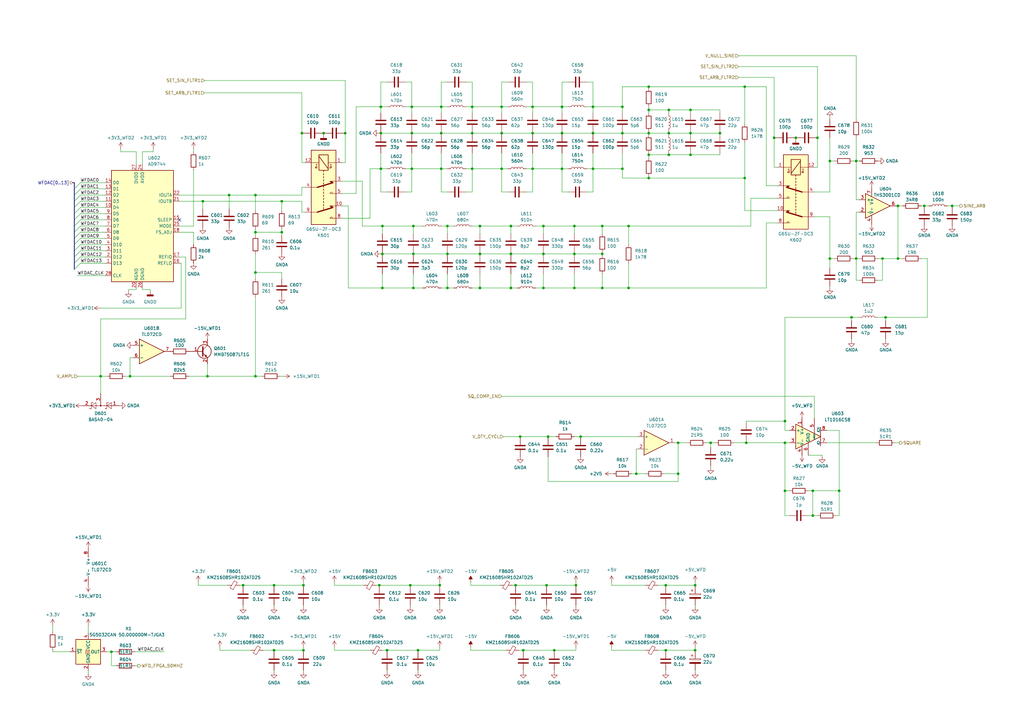
<source format=kicad_sch>
(kicad_sch (version 20230121) (generator eeschema)
  (paper "A3")
  (junction (at 156.21 54.61))
  (junction (at 158.75 266.7))
  (junction (at 305.435 73.025))
  (junction (at 205.74 54.61))
  (junction (at 112.395 266.7))
  (junction (at 266.065 73.025))
  (junction (at 205.74 69.215))
  (junction (at 193.675 69.215))
  (junction (at 273.05 266.7))
  (junction (at 104.775 154.305))
  (junction (at 274.32 54.61))
  (junction (at 180.34 240.03))
  (junction (at 169.545 104.14))
  (junction (at 132.715 54.61))
  (junction (at 123.825 54.61))
  (junction (at 155.575 240.03))
  (junction (at 274.32 63.5))
  (junction (at 363.22 130.175))
  (junction (at 235.585 92.71))
  (junction (at 235.585 104.14))
  (junction (at 209.55 104.14))
  (junction (at 104.775 95.25))
  (junction (at 156.845 118.11))
  (junction (at 230.505 43.815))
  (junction (at 340.36 106.045))
  (junction (at 351.155 106.045))
  (junction (at 243.205 69.215))
  (junction (at 368.3 106.045))
  (junction (at 390.525 84.455))
  (junction (at 218.44 69.215))
  (junction (at 235.585 118.11))
  (junction (at 321.945 201.295))
  (junction (at 85.09 154.305))
  (junction (at 305.435 35.56))
  (junction (at 156.845 92.71))
  (junction (at 209.55 118.11))
  (junction (at 83.185 82.55))
  (junction (at 285.115 266.7))
  (junction (at 156.21 43.815))
  (junction (at 351.155 66.04))
  (junction (at 141.605 54.61))
  (junction (at 236.22 240.03))
  (junction (at 285.115 240.03))
  (junction (at 266.065 45.085))
  (junction (at 283.21 54.61))
  (junction (at 333.375 201.295))
  (junction (at 41.275 154.305))
  (junction (at 255.27 69.215))
  (junction (at 115.57 95.25))
  (junction (at 193.675 54.61))
  (junction (at 124.46 266.7))
  (junction (at 196.85 104.14))
  (junction (at 104.775 80.01))
  (junction (at 124.46 240.03))
  (junction (at 326.39 56.515))
  (junction (at 333.375 211.455))
  (junction (at 379.095 84.455))
  (junction (at 257.81 92.71))
  (junction (at 222.885 92.71))
  (junction (at 180.975 69.215))
  (junction (at 335.28 56.515))
  (junction (at 196.85 92.71))
  (junction (at 224.155 240.03))
  (junction (at 183.515 92.71))
  (junction (at 218.44 43.815))
  (junction (at 53.34 154.305))
  (junction (at 238.125 179.07))
  (junction (at 45.72 267.335))
  (junction (at 321.945 181.61))
  (junction (at 230.505 54.61))
  (junction (at 104.775 111.76))
  (junction (at 218.44 54.61))
  (junction (at 222.885 118.11))
  (junction (at 295.275 54.61))
  (junction (at 247.015 104.14))
  (junction (at 222.885 104.14))
  (junction (at 214.63 266.7))
  (junction (at 169.545 118.11))
  (junction (at 278.13 194.31))
  (junction (at 283.21 45.085))
  (junction (at 266.065 54.61))
  (junction (at 283.21 63.5))
  (junction (at 273.05 240.03))
  (junction (at 180.975 43.815))
  (junction (at 112.395 240.03))
  (junction (at 274.32 45.085))
  (junction (at 168.91 43.815))
  (junction (at 115.57 82.55))
  (junction (at 243.205 43.815))
  (junction (at 156.21 69.215))
  (junction (at 361.95 106.045))
  (junction (at 257.81 118.11))
  (junction (at 321.945 172.72))
  (junction (at 266.065 35.56))
  (junction (at 209.55 92.71))
  (junction (at 230.505 69.215))
  (junction (at 169.545 92.71))
  (junction (at 213.36 179.07))
  (junction (at 278.13 181.61))
  (junction (at 340.36 66.04))
  (junction (at 306.07 181.61))
  (junction (at 260.985 194.31))
  (junction (at 156.845 104.14))
  (junction (at 317.5 56.515))
  (junction (at 224.79 179.07))
  (junction (at 255.27 54.61))
  (junction (at 93.98 80.01))
  (junction (at 247.015 118.11))
  (junction (at 247.015 92.71))
  (junction (at 196.85 118.11))
  (junction (at 349.25 130.175))
  (junction (at 205.74 43.815))
  (junction (at 255.27 43.815))
  (junction (at 291.465 181.61))
  (junction (at 227.33 266.7))
  (junction (at 211.455 240.03))
  (junction (at 193.675 43.815))
  (junction (at 168.91 69.215))
  (junction (at 266.065 63.5))
  (junction (at 180.975 54.61))
  (junction (at 168.91 54.61))
  (junction (at 243.205 54.61))
  (junction (at 99.695 240.03))
  (junction (at 171.45 266.7))
  (junction (at 344.17 201.295))
  (junction (at 183.515 118.11))
  (junction (at 183.515 104.14))
  (junction (at 368.3 84.455))
  (junction (at 168.275 240.03))
  (no_connect (at 73.66 90.17))
  (bus_entry (at 30.48 77.47) (size 2.54 -2.54))
  (bus_entry (at 30.48 110.49) (size 2.54 -2.54))
  (bus_entry (at 30.48 85.09) (size 2.54 -2.54))
  (bus_entry (at 30.48 102.87) (size 2.54 -2.54))
  (bus_entry (at 30.48 97.79) (size 2.54 -2.54))
  (bus_entry (at 30.48 80.01) (size 2.54 -2.54))
  (bus_entry (at 30.48 92.71) (size 2.54 -2.54))
  (bus_entry (at 30.48 87.63) (size 2.54 -2.54))
  (bus_entry (at 30.48 90.17) (size 2.54 -2.54))
  (bus_entry (at 30.48 82.55) (size 2.54 -2.54))
  (bus_entry (at 30.48 105.41) (size 2.54 -2.54))
  (bus_entry (at 30.48 95.25) (size 2.54 -2.54))
  (bus_entry (at 30.48 100.33) (size 2.54 -2.54))
  (bus_entry (at 30.48 107.95) (size 2.54 -2.54))
  (wire (pts (xy 193.04 265.43) (xy 193.04 266.7)))
  (wire (pts (xy 132.715 54.61) (xy 132.715 55.245)))
  (wire (pts (xy 132.715 54.61) (xy 132.08 54.61)))
  (wire (pts (xy 180.975 92.71) (xy 183.515 92.71)))
  (wire (pts (xy 168.91 43.815) (xy 180.975 43.815)))
  (wire (pts (xy 289.56 181.61) (xy 291.465 181.61)))
  (bus (pts (xy 30.48 87.63) (xy 30.48 85.09)))
  (wire (pts (xy 224.79 197.485) (xy 278.13 197.485)))
  (wire (pts (xy 390.525 84.455) (xy 388.62 84.455)))
  (wire (pts (xy 295.275 54.61) (xy 295.275 53.975)))
  (wire (pts (xy 230.505 43.815) (xy 230.505 33.655)))
  (wire (pts (xy 283.21 62.865) (xy 283.21 63.5)))
  (wire (pts (xy 213.36 179.705) (xy 213.36 179.07)))
  (wire (pts (xy 331.47 201.295) (xy 333.375 201.295)))
  (wire (pts (xy 291.465 181.61) (xy 293.37 181.61)))
  (wire (pts (xy 266.065 35.56) (xy 305.435 35.56)))
  (wire (pts (xy 112.395 266.7) (xy 112.395 267.335)))
  (wire (pts (xy 212.725 266.7) (xy 214.63 266.7)))
  (wire (pts (xy 73.66 105.41) (xy 76.2 105.41)))
  (wire (pts (xy 58.42 67.31) (xy 58.42 62.23)))
  (wire (pts (xy 321.945 211.455) (xy 321.945 201.295)))
  (wire (pts (xy 58.42 118.745) (xy 58.42 118.11)))
  (bus (pts (xy 30.48 80.01) (xy 30.48 77.47)))
  (wire (pts (xy 261.62 184.15) (xy 260.985 184.15)))
  (wire (pts (xy 124.46 265.43) (xy 124.46 266.7)))
  (wire (pts (xy 318.77 86.36) (xy 305.435 86.36)))
  (wire (pts (xy 166.37 78.74) (xy 168.91 78.74)))
  (wire (pts (xy 69.85 154.305) (xy 53.34 154.305)))
  (wire (pts (xy 340.36 66.04) (xy 342.265 66.04)))
  (wire (pts (xy 379.095 84.455) (xy 381 84.455)))
  (wire (pts (xy 351.155 106.045) (xy 352.425 106.045)))
  (wire (pts (xy 266.065 72.39) (xy 266.065 73.025)))
  (wire (pts (xy 230.505 78.74) (xy 233.045 78.74)))
  (wire (pts (xy 156.845 104.14) (xy 169.545 104.14)))
  (wire (pts (xy 269.875 240.03) (xy 273.05 240.03)))
  (wire (pts (xy 193.675 78.74) (xy 193.675 69.215)))
  (wire (pts (xy 295.275 46.355) (xy 295.275 45.085)))
  (wire (pts (xy 21.59 267.335) (xy 21.59 266.7)))
  (wire (pts (xy 230.505 54.61) (xy 243.205 54.61)))
  (wire (pts (xy 367.665 84.455) (xy 368.3 84.455)))
  (wire (pts (xy 180.975 78.74) (xy 183.515 78.74)))
  (wire (pts (xy 283.21 45.085) (xy 283.21 46.355)))
  (wire (pts (xy 79.375 95.25) (xy 79.375 100.33)))
  (wire (pts (xy 206.375 179.07) (xy 213.36 179.07)))
  (wire (pts (xy 33.02 92.71) (xy 43.18 92.71)))
  (wire (pts (xy 104.775 93.98) (xy 104.775 95.25)))
  (wire (pts (xy 168.91 43.815) (xy 168.91 46.355)))
  (wire (pts (xy 156.845 103.505) (xy 156.845 104.14)))
  (wire (pts (xy 115.57 86.36) (xy 115.57 82.55)))
  (wire (pts (xy 334.01 68.58) (xy 335.28 68.58)))
  (wire (pts (xy 33.02 107.95) (xy 43.18 107.95)))
  (wire (pts (xy 227.965 179.07) (xy 224.79 179.07)))
  (wire (pts (xy 155.575 240.03) (xy 155.575 240.665)))
  (wire (pts (xy 169.545 103.505) (xy 169.545 104.14)))
  (wire (pts (xy 137.16 265.43) (xy 137.16 266.7)))
  (wire (pts (xy 115.57 114.3) (xy 115.57 111.76)))
  (wire (pts (xy 209.55 104.14) (xy 222.885 104.14)))
  (wire (pts (xy 83.185 85.725) (xy 83.185 82.55)))
  (wire (pts (xy 340.36 48.26) (xy 340.36 48.895)))
  (wire (pts (xy 33.02 77.47) (xy 43.18 77.47)))
  (wire (pts (xy 33.02 105.41) (xy 43.18 105.41)))
  (wire (pts (xy 222.885 118.11) (xy 235.585 118.11)))
  (wire (pts (xy 210.185 240.03) (xy 211.455 240.03)))
  (wire (pts (xy 335.28 56.515) (xy 335.28 68.58)))
  (wire (pts (xy 306.07 181.61) (xy 321.945 181.61)))
  (wire (pts (xy 169.545 104.14) (xy 183.515 104.14)))
  (wire (pts (xy 124.46 248.285) (xy 124.46 248.92)))
  (wire (pts (xy 156.845 104.14) (xy 156.845 104.775)))
  (wire (pts (xy 224.155 240.03) (xy 224.155 240.665)))
  (wire (pts (xy 305.435 86.36) (xy 305.435 73.025)))
  (wire (pts (xy 107.95 266.7) (xy 112.395 266.7)))
  (wire (pts (xy 367.03 181.61) (xy 368.935 181.61)))
  (wire (pts (xy 180.975 53.975) (xy 180.975 54.61)))
  (wire (pts (xy 390.525 84.455) (xy 393.7 84.455)))
  (wire (pts (xy 33.02 95.25) (xy 43.18 95.25)))
  (wire (pts (xy 274.32 54.61) (xy 274.32 55.245)))
  (wire (pts (xy 183.515 118.11) (xy 180.975 118.11)))
  (wire (pts (xy 349.25 130.175) (xy 352.425 130.175)))
  (wire (pts (xy 218.44 78.74) (xy 218.44 69.215)))
  (wire (pts (xy 154.305 240.03) (xy 155.575 240.03)))
  (wire (pts (xy 191.135 33.655) (xy 193.675 33.655)))
  (wire (pts (xy 99.695 240.03) (xy 99.695 240.665)))
  (wire (pts (xy 219.71 118.11) (xy 222.885 118.11)))
  (wire (pts (xy 168.91 54.61) (xy 168.91 55.245)))
  (wire (pts (xy 168.91 78.74) (xy 168.91 69.215)))
  (wire (pts (xy 137.16 266.7) (xy 151.765 266.7)))
  (wire (pts (xy 272.415 194.31) (xy 278.13 194.31)))
  (wire (pts (xy 55.245 273.05) (xy 56.515 273.05)))
  (wire (pts (xy 156.21 43.815) (xy 156.21 33.655)))
  (wire (pts (xy 77.47 154.305) (xy 85.09 154.305)))
  (wire (pts (xy 93.98 80.01) (xy 104.775 80.01)))
  (wire (pts (xy 361.95 106.045) (xy 360.045 106.045)))
  (wire (pts (xy 273.05 240.03) (xy 273.05 240.665)))
  (wire (pts (xy 227.33 266.7) (xy 227.33 267.335)))
  (wire (pts (xy 257.81 118.11) (xy 314.325 118.11)))
  (wire (pts (xy 141.605 54.61) (xy 140.97 54.61)))
  (wire (pts (xy 211.455 240.03) (xy 224.155 240.03)))
  (wire (pts (xy 196.85 104.775) (xy 196.85 104.14)))
  (wire (pts (xy 33.02 85.09) (xy 43.18 85.09)))
  (wire (pts (xy 156.845 112.395) (xy 156.845 118.11)))
  (wire (pts (xy 305.435 35.56) (xy 314.325 35.56)))
  (wire (pts (xy 104.775 111.76) (xy 104.775 114.3)))
  (wire (pts (xy 257.81 92.71) (xy 307.975 92.71)))
  (wire (pts (xy 193.675 53.975) (xy 193.675 54.61)))
  (wire (pts (xy 51.435 154.305) (xy 53.34 154.305)))
  (wire (pts (xy 273.05 248.285) (xy 273.05 248.92)))
  (wire (pts (xy 104.775 111.76) (xy 115.57 111.76)))
  (wire (pts (xy 235.585 95.885) (xy 235.585 92.71)))
  (wire (pts (xy 28.575 267.335) (xy 21.59 267.335)))
  (wire (pts (xy 180.975 43.815) (xy 183.515 43.815)))
  (wire (pts (xy 33.02 82.55) (xy 43.18 82.55)))
  (wire (pts (xy 363.22 139.065) (xy 363.22 139.7)))
  (wire (pts (xy 156.21 54.61) (xy 156.21 55.245)))
  (wire (pts (xy 169.545 92.71) (xy 173.355 92.71)))
  (wire (pts (xy 255.27 54.61) (xy 266.065 54.61)))
  (wire (pts (xy 218.44 43.815) (xy 230.505 43.815)))
  (wire (pts (xy 243.205 78.74) (xy 243.205 69.215)))
  (wire (pts (xy 230.505 43.815) (xy 233.045 43.815)))
  (wire (pts (xy 349.885 66.04) (xy 351.155 66.04)))
  (wire (pts (xy 321.945 172.72) (xy 306.07 172.72)))
  (wire (pts (xy 285.115 274.955) (xy 285.115 275.59)))
  (wire (pts (xy 169.545 104.14) (xy 169.545 104.775)))
  (wire (pts (xy 212.09 92.71) (xy 209.55 92.71)))
  (wire (pts (xy 191.135 69.215) (xy 193.675 69.215)))
  (wire (pts (xy 238.125 179.07) (xy 235.585 179.07)))
  (wire (pts (xy 236.22 238.76) (xy 236.22 240.03)))
  (wire (pts (xy 317.5 56.515) (xy 317.5 31.75)))
  (wire (pts (xy 112.395 274.955) (xy 112.395 275.59)))
  (wire (pts (xy 335.28 56.515) (xy 335.28 27.305)))
  (wire (pts (xy 73.66 107.95) (xy 74.295 107.95)))
  (wire (pts (xy 273.05 274.955) (xy 273.05 275.59)))
  (wire (pts (xy 115.57 82.55) (xy 83.185 82.55)))
  (wire (pts (xy 124.46 266.7) (xy 124.46 267.335)))
  (wire (pts (xy 227.33 266.7) (xy 236.22 266.7)))
  (bus (pts (xy 30.48 90.17) (xy 30.48 87.63)))
  (wire (pts (xy 351.155 86.995) (xy 351.155 106.045)))
  (wire (pts (xy 196.85 118.11) (xy 196.85 112.395)))
  (wire (pts (xy 115.57 82.55) (xy 123.825 82.55)))
  (wire (pts (xy 180.975 43.815) (xy 180.975 33.655)))
  (bus (pts (xy 30.48 102.87) (xy 30.48 100.33)))
  (wire (pts (xy 168.275 240.03) (xy 168.275 240.665)))
  (wire (pts (xy 213.36 179.07) (xy 224.79 179.07)))
  (wire (pts (xy 158.75 266.7) (xy 171.45 266.7)))
  (wire (pts (xy 151.765 89.535) (xy 151.765 69.215)))
  (wire (pts (xy 344.17 211.455) (xy 342.9 211.455)))
  (wire (pts (xy 193.04 266.7) (xy 207.645 266.7)))
  (wire (pts (xy 273.05 266.7) (xy 273.05 267.335)))
  (wire (pts (xy 137.16 238.76) (xy 137.16 240.03)))
  (wire (pts (xy 173.355 118.11) (xy 169.545 118.11)))
  (wire (pts (xy 257.81 92.71) (xy 247.015 92.71)))
  (wire (pts (xy 222.885 118.11) (xy 222.885 112.395)))
  (wire (pts (xy 205.74 33.655) (xy 208.28 33.655)))
  (wire (pts (xy 295.275 54.61) (xy 295.275 55.245)))
  (wire (pts (xy 230.505 54.61) (xy 230.505 55.245)))
  (bus (pts (xy 30.48 105.41) (xy 30.48 102.87)))
  (wire (pts (xy 21.59 259.08) (xy 21.59 256.54)))
  (wire (pts (xy 323.85 176.53) (xy 321.945 176.53)))
  (wire (pts (xy 142.875 84.455) (xy 142.875 118.11)))
  (wire (pts (xy 218.44 54.61) (xy 218.44 55.245)))
  (wire (pts (xy 104.775 95.25) (xy 115.57 95.25)))
  (wire (pts (xy 112.395 240.03) (xy 112.395 240.665)))
  (wire (pts (xy 85.09 154.305) (xy 85.09 149.225)))
  (bus (pts (xy 30.48 110.49) (xy 30.48 107.95)))
  (wire (pts (xy 333.375 201.295) (xy 333.375 211.455)))
  (wire (pts (xy 240.665 33.655) (xy 243.205 33.655)))
  (wire (pts (xy 209.55 118.11) (xy 212.09 118.11)))
  (wire (pts (xy 368.3 106.045) (xy 370.205 106.045)))
  (wire (pts (xy 306.07 180.975) (xy 306.07 181.61)))
  (wire (pts (xy 273.05 240.03) (xy 285.115 240.03)))
  (wire (pts (xy 41.275 126.365) (xy 74.295 126.365)))
  (wire (pts (xy 55.88 118.11) (xy 55.88 118.745)))
  (wire (pts (xy 180.975 43.815) (xy 180.975 46.355)))
  (wire (pts (xy 321.945 176.53) (xy 321.945 172.72)))
  (wire (pts (xy 344.17 201.295) (xy 344.17 211.455)))
  (wire (pts (xy 166.37 43.815) (xy 168.91 43.815)))
  (wire (pts (xy 235.585 118.11) (xy 235.585 112.395)))
  (wire (pts (xy 295.275 63.5) (xy 283.21 63.5)))
  (wire (pts (xy 41.275 154.305) (xy 41.275 130.81)))
  (wire (pts (xy 196.85 118.11) (xy 209.55 118.11)))
  (wire (pts (xy 266.065 45.085) (xy 266.065 43.815)))
  (wire (pts (xy 349.25 139.065) (xy 349.25 139.7)))
  (wire (pts (xy 276.86 181.61) (xy 278.13 181.61)))
  (wire (pts (xy 205.74 53.975) (xy 205.74 54.61)))
  (wire (pts (xy 240.665 69.215) (xy 243.205 69.215)))
  (wire (pts (xy 273.05 266.7) (xy 285.115 266.7)))
  (wire (pts (xy 193.04 238.76) (xy 193.04 240.03)))
  (wire (pts (xy 180.34 265.43) (xy 180.34 266.7)))
  (wire (pts (xy 349.885 106.045) (xy 351.155 106.045)))
  (wire (pts (xy 124.46 240.03) (xy 124.46 240.665)))
  (wire (pts (xy 340.36 56.515) (xy 340.36 66.04)))
  (wire (pts (xy 124.46 274.955) (xy 124.46 275.59)))
  (wire (pts (xy 222.885 104.775) (xy 222.885 104.14)))
  (wire (pts (xy 193.04 240.03) (xy 205.105 240.03)))
  (wire (pts (xy 278.13 194.31) (xy 278.13 181.61)))
  (wire (pts (xy 274.32 63.5) (xy 266.065 63.5)))
  (wire (pts (xy 196.85 92.71) (xy 193.675 92.71)))
  (bus (pts (xy 30.48 95.25) (xy 30.48 92.71)))
  (wire (pts (xy 247.015 92.71) (xy 235.585 92.71)))
  (wire (pts (xy 209.55 104.14) (xy 209.55 104.775)))
  (wire (pts (xy 209.55 118.11) (xy 209.55 112.395)))
  (wire (pts (xy 123.825 54.61) (xy 123.825 38.1)))
  (wire (pts (xy 285.115 266.7) (xy 285.115 267.335)))
  (wire (pts (xy 363.22 130.175) (xy 363.22 131.445)))
  (wire (pts (xy 85.09 154.305) (xy 104.775 154.305)))
  (wire (pts (xy 250.825 265.43) (xy 250.825 266.7)))
  (wire (pts (xy 49.53 62.23) (xy 49.53 60.96)))
  (wire (pts (xy 243.205 43.815) (xy 243.205 46.355)))
  (wire (pts (xy 351.155 66.04) (xy 351.155 81.915)))
  (wire (pts (xy 283.21 54.61) (xy 283.21 55.245)))
  (wire (pts (xy 351.155 66.04) (xy 352.425 66.04)))
  (wire (pts (xy 259.08 194.31) (xy 260.985 194.31)))
  (wire (pts (xy 53.34 154.305) (xy 53.34 146.685)))
  (wire (pts (xy 193.675 118.11) (xy 196.85 118.11)))
  (wire (pts (xy 140.335 66.675) (xy 141.605 66.675)))
  (wire (pts (xy 215.9 69.215) (xy 218.44 69.215)))
  (wire (pts (xy 31.75 113.03) (xy 43.18 113.03)))
  (wire (pts (xy 321.945 201.295) (xy 323.85 201.295)))
  (wire (pts (xy 156.21 69.215) (xy 156.21 78.74)))
  (wire (pts (xy 235.585 104.14) (xy 235.585 103.505)))
  (wire (pts (xy 368.3 84.455) (xy 368.3 106.045)))
  (wire (pts (xy 255.27 46.355) (xy 255.27 43.815)))
  (wire (pts (xy 148.59 92.71) (xy 148.59 74.295)))
  (wire (pts (xy 205.74 54.61) (xy 218.44 54.61)))
  (wire (pts (xy 255.27 43.815) (xy 243.205 43.815)))
  (wire (pts (xy 230.505 43.815) (xy 230.505 46.355)))
  (wire (pts (xy 291.465 183.515) (xy 291.465 181.61)))
  (wire (pts (xy 33.02 97.79) (xy 43.18 97.79)))
  (wire (pts (xy 255.27 43.815) (xy 255.27 35.56)))
  (wire (pts (xy 255.27 55.245) (xy 255.27 54.61)))
  (wire (pts (xy 90.17 266.7) (xy 102.87 266.7)))
  (wire (pts (xy 168.91 53.975) (xy 168.91 54.61)))
  (wire (pts (xy 61.595 118.745) (xy 61.595 119.38)))
  (wire (pts (xy 196.85 95.885) (xy 196.85 92.71)))
  (wire (pts (xy 337.185 186.69) (xy 331.47 186.69)))
  (wire (pts (xy 205.74 69.215) (xy 208.28 69.215)))
  (wire (pts (xy 98.425 240.03) (xy 99.695 240.03)))
  (wire (pts (xy 146.05 43.815) (xy 146.05 79.375)))
  (wire (pts (xy 156.21 53.975) (xy 156.21 54.61)))
  (wire (pts (xy 209.55 95.885) (xy 209.55 92.71)))
  (wire (pts (xy 250.825 238.76) (xy 250.825 240.03)))
  (wire (pts (xy 211.455 248.285) (xy 211.455 248.92)))
  (wire (pts (xy 333.375 211.455) (xy 331.47 211.455)))
  (wire (pts (xy 380.365 130.175) (xy 380.365 106.045)))
  (wire (pts (xy 360.045 114.935) (xy 361.95 114.935)))
  (wire (pts (xy 214.63 266.7) (xy 214.63 267.335)))
  (wire (pts (xy 55.245 267.335) (xy 67.31 267.335)))
  (wire (pts (xy 41.275 130.81) (xy 76.2 130.81)))
  (wire (pts (xy 361.95 114.935) (xy 361.95 106.045)))
  (wire (pts (xy 334.01 88.9) (xy 340.36 88.9)))
  (wire (pts (xy 361.95 106.045) (xy 368.3 106.045)))
  (wire (pts (xy 344.17 176.53) (xy 339.09 176.53)))
  (wire (pts (xy 321.945 181.61) (xy 321.945 201.295)))
  (wire (pts (xy 243.205 54.61) (xy 243.205 55.245)))
  (wire (pts (xy 205.74 43.815) (xy 205.74 33.655)))
  (wire (pts (xy 73.66 92.71) (xy 79.375 92.71)))
  (wire (pts (xy 43.815 267.335) (xy 45.72 267.335)))
  (wire (pts (xy 235.585 118.11) (xy 247.015 118.11)))
  (wire (pts (xy 140.335 89.535) (xy 151.765 89.535)))
  (wire (pts (xy 148.59 92.71) (xy 156.845 92.71)))
  (wire (pts (xy 156.845 118.11) (xy 169.545 118.11)))
  (wire (pts (xy 247.015 104.14) (xy 247.015 104.775)))
  (wire (pts (xy 115.57 95.25) (xy 115.57 96.52)))
  (wire (pts (xy 180.975 54.61) (xy 193.675 54.61)))
  (wire (pts (xy 333.375 211.455) (xy 335.28 211.455)))
  (wire (pts (xy 156.21 43.815) (xy 158.75 43.815)))
  (wire (pts (xy 224.155 240.03) (xy 236.22 240.03)))
  (wire (pts (xy 191.135 78.74) (xy 193.675 78.74)))
  (wire (pts (xy 283.21 45.085) (xy 274.32 45.085)))
  (wire (pts (xy 351.155 22.86) (xy 351.155 48.895)))
  (wire (pts (xy 133.35 54.61) (xy 132.715 54.61)))
  (wire (pts (xy 156.845 92.71) (xy 169.545 92.71)))
  (wire (pts (xy 255.27 69.215) (xy 255.27 62.865)))
  (wire (pts (xy 351.155 106.045) (xy 351.155 114.935)))
  (wire (pts (xy 250.825 240.03) (xy 264.795 240.03)))
  (wire (pts (xy 295.275 45.085) (xy 283.21 45.085)))
  (wire (pts (xy 302.895 31.75) (xy 317.5 31.75)))
  (wire (pts (xy 307.975 81.28) (xy 318.77 81.28)))
  (wire (pts (xy 215.9 78.74) (xy 218.44 78.74)))
  (wire (pts (xy 193.675 33.655) (xy 193.675 43.815)))
  (wire (pts (xy 236.22 240.03) (xy 236.22 240.665)))
  (wire (pts (xy 33.02 80.01) (xy 43.18 80.01)))
  (wire (pts (xy 266.065 64.77) (xy 266.065 63.5)))
  (wire (pts (xy 222.885 104.14) (xy 235.585 104.14)))
  (wire (pts (xy 305.435 50.8) (xy 305.435 35.56)))
  (wire (pts (xy 266.065 73.025) (xy 305.435 73.025)))
  (wire (pts (xy 191.135 43.815) (xy 193.675 43.815)))
  (wire (pts (xy 104.775 95.25) (xy 104.775 96.52)))
  (wire (pts (xy 314.325 76.2) (xy 314.325 35.56)))
  (wire (pts (xy 141.605 66.675) (xy 141.605 54.61)))
  (wire (pts (xy 183.515 92.71) (xy 183.515 95.885)))
  (wire (pts (xy 104.775 104.14) (xy 104.775 111.76)))
  (wire (pts (xy 285.115 240.03) (xy 285.115 240.665)))
  (wire (pts (xy 314.325 91.44) (xy 318.77 91.44)))
  (wire (pts (xy 104.775 80.01) (xy 123.825 80.01)))
  (wire (pts (xy 123.825 76.835) (xy 125.095 76.835)))
  (wire (pts (xy 340.36 66.04) (xy 340.36 78.74)))
  (wire (pts (xy 156.21 33.655) (xy 158.75 33.655)))
  (wire (pts (xy 183.515 103.505) (xy 183.515 104.14)))
  (wire (pts (xy 266.065 35.56) (xy 266.065 36.195)))
  (wire (pts (xy 247.015 104.14) (xy 247.015 103.505)))
  (wire (pts (xy 81.28 240.03) (xy 93.345 240.03)))
  (wire (pts (xy 112.395 240.03) (xy 124.46 240.03)))
  (wire (pts (xy 196.85 104.14) (xy 196.85 103.505)))
  (wire (pts (xy 295.275 62.865) (xy 295.275 63.5)))
  (wire (pts (xy 306.07 172.72) (xy 306.07 173.355)))
  (wire (pts (xy 215.9 43.815) (xy 218.44 43.815)))
  (wire (pts (xy 33.02 100.33) (xy 43.18 100.33)))
  (wire (pts (xy 274.32 46.355) (xy 274.32 45.085)))
  (wire (pts (xy 180.975 33.655) (xy 183.515 33.655)))
  (wire (pts (xy 230.505 33.655) (xy 233.045 33.655)))
  (wire (pts (xy 214.63 266.7) (xy 227.33 266.7)))
  (wire (pts (xy 55.88 118.745) (xy 52.705 118.745)))
  (wire (pts (xy 93.98 85.725) (xy 93.98 80.01)))
  (wire (pts (xy 168.91 69.215) (xy 180.975 69.215)))
  (wire (pts (xy 205.74 43.815) (xy 205.74 46.355)))
  (wire (pts (xy 73.66 80.01) (xy 93.98 80.01)))
  (wire (pts (xy 155.575 240.03) (xy 168.275 240.03)))
  (wire (pts (xy 230.505 69.215) (xy 230.505 78.74)))
  (wire (pts (xy 180.975 69.215) (xy 183.515 69.215)))
  (wire (pts (xy 255.27 69.215) (xy 255.27 73.025)))
  (wire (pts (xy 240.665 78.74) (xy 243.205 78.74)))
  (wire (pts (xy 123.825 66.675) (xy 125.095 66.675)))
  (wire (pts (xy 266.065 54.61) (xy 274.32 54.61)))
  (wire (pts (xy 115.57 95.25) (xy 115.57 93.98)))
  (wire (pts (xy 112.395 266.7) (xy 124.46 266.7)))
  (wire (pts (xy 168.91 69.215) (xy 166.37 69.215)))
  (wire (pts (xy 218.44 43.815) (xy 218.44 46.355)))
  (wire (pts (xy 83.185 82.55) (xy 73.66 82.55)))
  (wire (pts (xy 104.775 121.92) (xy 104.775 154.305)))
  (wire (pts (xy 247.015 118.11) (xy 257.81 118.11)))
  (wire (pts (xy 193.675 43.815) (xy 193.675 46.355)))
  (wire (pts (xy 193.675 62.865) (xy 193.675 69.215)))
  (wire (pts (xy 255.27 73.025) (xy 266.065 73.025)))
  (wire (pts (xy 321.945 172.72) (xy 321.945 130.175)))
  (wire (pts (xy 243.205 62.865) (xy 243.205 69.215)))
  (wire (pts (xy 323.85 211.455) (xy 321.945 211.455)))
  (wire (pts (xy 351.155 56.515) (xy 351.155 66.04)))
  (wire (pts (xy 235.585 92.71) (xy 222.885 92.71)))
  (wire (pts (xy 211.455 240.03) (xy 211.455 240.665)))
  (wire (pts (xy 247.015 95.885) (xy 247.015 92.71)))
  (wire (pts (xy 155.575 54.61) (xy 156.21 54.61)))
  (wire (pts (xy 166.37 33.655) (xy 168.91 33.655)))
  (wire (pts (xy 317.5 56.515) (xy 317.5 68.58)))
  (wire (pts (xy 186.055 92.71) (xy 183.515 92.71)))
  (wire (pts (xy 45.72 267.335) (xy 47.625 267.335)))
  (wire (pts (xy 180.975 54.61) (xy 180.975 55.245)))
  (wire (pts (xy 140.335 74.295) (xy 148.59 74.295)))
  (wire (pts (xy 340.36 117.475) (xy 340.36 118.11)))
  (wire (pts (xy 274.32 62.865) (xy 274.32 63.5)))
  (bus (pts (xy 30.48 85.09) (xy 30.48 82.55)))
  (wire (pts (xy 168.91 62.865) (xy 168.91 69.215)))
  (wire (pts (xy 363.22 130.175) (xy 380.365 130.175)))
  (wire (pts (xy 193.675 54.61) (xy 193.675 55.245)))
  (wire (pts (xy 99.695 248.285) (xy 99.695 248.92)))
  (wire (pts (xy 183.515 118.11) (xy 186.055 118.11)))
  (wire (pts (xy 266.065 46.355) (xy 266.065 45.085)))
  (wire (pts (xy 352.425 81.915) (xy 351.155 81.915)))
  (wire (pts (xy 33.02 87.63) (xy 43.18 87.63)))
  (wire (pts (xy 156.21 69.215) (xy 158.75 69.215)))
  (wire (pts (xy 318.77 76.2) (xy 314.325 76.2)))
  (wire (pts (xy 283.21 54.61) (xy 295.275 54.61)))
  (wire (pts (xy 112.395 248.285) (xy 112.395 248.92)))
  (wire (pts (xy 156.21 78.74) (xy 158.75 78.74)))
  (wire (pts (xy 243.205 69.215) (xy 255.27 69.215)))
  (wire (pts (xy 169.545 92.71) (xy 169.545 95.885)))
  (wire (pts (xy 156.845 92.71) (xy 156.845 95.885)))
  (wire (pts (xy 137.16 240.03) (xy 149.225 240.03)))
  (wire (pts (xy 240.665 43.815) (xy 243.205 43.815)))
  (wire (pts (xy 180.34 240.03) (xy 180.34 240.665)))
  (wire (pts (xy 224.79 179.07) (xy 224.79 179.705)))
  (wire (pts (xy 140.335 84.455) (xy 142.875 84.455)))
  (wire (pts (xy 99.695 240.03) (xy 112.395 240.03)))
  (wire (pts (xy 314.325 118.11) (xy 314.325 91.44)))
  (wire (pts (xy 218.44 33.655) (xy 218.44 43.815)))
  (bus (pts (xy 30.48 100.33) (xy 30.48 97.79)))
  (wire (pts (xy 141.605 54.61) (xy 141.605 33.02)))
  (wire (pts (xy 193.675 43.815) (xy 205.74 43.815)))
  (wire (pts (xy 123.825 80.01) (xy 123.825 76.835)))
  (wire (pts (xy 168.91 33.655) (xy 168.91 43.815)))
  (wire (pts (xy 307.975 92.71) (xy 307.975 81.28)))
  (wire (pts (xy 352.425 86.995) (xy 351.155 86.995)))
  (wire (pts (xy 260.985 184.15) (xy 260.985 194.31)))
  (wire (pts (xy 193.675 69.215) (xy 205.74 69.215)))
  (wire (pts (xy 55.88 62.23) (xy 49.53 62.23)))
  (wire (pts (xy 146.05 43.815) (xy 156.21 43.815)))
  (wire (pts (xy 337.185 187.325) (xy 337.185 186.69)))
  (wire (pts (xy 36.195 256.54) (xy 36.195 259.715)))
  (wire (pts (xy 390.525 85.09) (xy 390.525 84.455)))
  (wire (pts (xy 340.36 106.045) (xy 342.265 106.045)))
  (wire (pts (xy 76.2 105.41) (xy 76.2 130.81)))
  (wire (pts (xy 278.13 181.61) (xy 281.94 181.61)))
  (wire (pts (xy 339.09 181.61) (xy 359.41 181.61)))
  (wire (pts (xy 380.365 106.045) (xy 377.825 106.045)))
  (wire (pts (xy 215.9 33.655) (xy 218.44 33.655)))
  (wire (pts (xy 250.825 266.7) (xy 264.795 266.7)))
  (wire (pts (xy 205.74 78.74) (xy 208.28 78.74)))
  (wire (pts (xy 79.375 60.96) (xy 79.375 62.23)))
  (wire (pts (xy 274.32 54.61) (xy 274.32 53.975)))
  (wire (pts (xy 326.39 56.515) (xy 326.39 57.15)))
  (wire (pts (xy 104.775 154.305) (xy 107.315 154.305)))
  (wire (pts (xy 266.065 54.61) (xy 266.065 53.975)))
  (wire (pts (xy 104.775 86.36) (xy 104.775 80.01)))
  (wire (pts (xy 183.515 112.395) (xy 183.515 118.11)))
  (wire (pts (xy 193.675 54.61) (xy 205.74 54.61)))
  (wire (pts (xy 278.13 197.485) (xy 278.13 194.31)))
  (wire (pts (xy 224.155 248.285) (xy 224.155 248.92)))
  (wire (pts (xy 334.01 78.74) (xy 340.36 78.74)))
  (wire (pts (xy 33.02 74.93) (xy 43.18 74.93)))
  (wire (pts (xy 43.815 154.305) (xy 41.275 154.305)))
  (wire (pts (xy 169.545 112.395) (xy 169.545 118.11)))
  (wire (pts (xy 321.945 130.175) (xy 349.25 130.175)))
  (wire (pts (xy 168.275 248.285) (xy 168.275 248.92)))
  (wire (pts (xy 230.505 69.215) (xy 233.045 69.215)))
  (wire (pts (xy 45.72 273.05) (xy 45.72 267.335)))
  (wire (pts (xy 257.81 118.11) (xy 257.81 107.95)))
  (wire (pts (xy 79.375 92.71) (xy 79.375 69.85)))
  (wire (pts (xy 168.275 240.03) (xy 180.34 240.03)))
  (wire (pts (xy 222.885 92.71) (xy 219.71 92.71)))
  (wire (pts (xy 255.27 35.56) (xy 266.065 35.56)))
  (wire (pts (xy 171.45 266.7) (xy 171.45 267.335)))
  (wire (pts (xy 36.195 274.955) (xy 36.195 276.225)))
  (wire (pts (xy 180.34 248.285) (xy 180.34 248.92)))
  (wire (pts (xy 317.5 56.515) (xy 318.135 56.515)))
  (wire (pts (xy 222.885 104.14) (xy 222.885 103.505)))
  (wire (pts (xy 156.21 62.865) (xy 156.21 69.215)))
  (bus (pts (xy 30.48 97.79) (xy 30.48 95.25)))
  (wire (pts (xy 351.155 114.935) (xy 352.425 114.935)))
  (wire (pts (xy 171.45 274.955) (xy 171.45 275.59)))
  (wire (pts (xy 302.895 27.305) (xy 335.28 27.305)))
  (wire (pts (xy 235.585 104.14) (xy 247.015 104.14)))
  (wire (pts (xy 180.975 62.865) (xy 180.975 69.215)))
  (wire (pts (xy 196.85 104.14) (xy 209.55 104.14)))
  (wire (pts (xy 214.63 274.955) (xy 214.63 275.59)))
  (wire (pts (xy 55.88 67.31) (xy 55.88 62.23)))
  (wire (pts (xy 243.205 33.655) (xy 243.205 43.815)))
  (bus (pts (xy 30.48 92.71) (xy 30.48 90.17)))
  (wire (pts (xy 61.595 118.745) (xy 58.42 118.745)))
  (wire (pts (xy 224.79 187.325) (xy 224.79 197.485)))
  (wire (pts (xy 238.125 179.07) (xy 238.125 179.705)))
  (wire (pts (xy 33.02 102.87) (xy 43.18 102.87)))
  (wire (pts (xy 205.74 54.61) (xy 205.74 55.245)))
  (wire (pts (xy 218.44 62.865) (xy 218.44 69.215)))
  (wire (pts (xy 90.17 265.43) (xy 90.17 266.7)))
  (wire (pts (xy 333.375 201.295) (xy 344.17 201.295)))
  (wire (pts (xy 183.515 104.14) (xy 183.515 104.775)))
  (wire (pts (xy 156.21 43.815) (xy 156.21 46.355)))
  (wire (pts (xy 266.065 55.245) (xy 266.065 54.61)))
  (wire (pts (xy 58.42 62.23) (xy 62.865 62.23)))
  (wire (pts (xy 142.875 118.11) (xy 156.845 118.11)))
  (wire (pts (xy 260.985 194.31) (xy 264.795 194.31)))
  (wire (pts (xy 335.28 56.515) (xy 334.645 56.515)))
  (wire (pts (xy 218.44 53.975) (xy 218.44 54.61)))
  (wire (pts (xy 318.77 68.58) (xy 317.5 68.58)))
  (wire (pts (xy 360.045 130.175) (xy 363.22 130.175)))
  (wire (pts (xy 340.36 106.045) (xy 340.36 109.855)))
  (wire (pts (xy 123.825 54.61) (xy 123.825 66.675)))
  (wire (pts (xy 53.34 146.685) (xy 54.61 146.685)))
  (wire (pts (xy 283.21 63.5) (xy 274.32 63.5)))
  (wire (pts (xy 291.465 191.135) (xy 291.465 191.77)))
  (wire (pts (xy 285.115 265.43) (xy 285.115 266.7)))
  (wire (pts (xy 205.74 162.56) (xy 334.01 162.56)))
  (wire (pts (xy 83.82 38.1) (xy 123.825 38.1)))
  (wire (pts (xy 305.435 73.025) (xy 305.435 58.42)))
  (wire (pts (xy 52.705 118.745) (xy 52.705 119.38)))
  (wire (pts (xy 302.895 22.86) (xy 351.155 22.86)))
  (wire (pts (xy 344.17 201.295) (xy 344.17 176.53)))
  (wire (pts (xy 230.505 53.975) (xy 230.505 54.61)))
  (wire (pts (xy 171.45 266.7) (xy 180.34 266.7)))
  (wire (pts (xy 283.21 53.975) (xy 283.21 54.61)))
  (wire (pts (xy 158.75 266.7) (xy 158.75 267.335)))
  (wire (pts (xy 73.66 95.25) (xy 79.375 95.25)))
  (wire (pts (xy 168.91 54.61) (xy 180.975 54.61)))
  (wire (pts (xy 340.36 88.9) (xy 340.36 106.045)))
  (wire (pts (xy 83.82 33.02) (xy 141.605 33.02)))
  (wire (pts (xy 368.3 84.455) (xy 370.205 84.455)))
  (wire (pts (xy 247.015 118.11) (xy 247.015 112.395)))
  (wire (pts (xy 327.025 56.515) (xy 326.39 56.515)))
  (wire (pts (xy 334.01 171.45) (xy 334.01 162.56)))
  (wire (pts (xy 41.275 154.305) (xy 41.275 161.29)))
  (wire (pts (xy 300.99 181.61) (xy 306.07 181.61)))
  (wire (pts (xy 379.095 85.09) (xy 379.095 84.455)))
  (wire (pts (xy 124.46 238.76) (xy 124.46 240.03)))
  (wire (pts (xy 274.32 54.61) (xy 283.21 54.61)))
  (wire (pts (xy 243.205 54.61) (xy 255.27 54.61)))
  (wire (pts (xy 222.885 95.885) (xy 222.885 92.71)))
  (bus (pts (xy 30.48 77.47) (xy 30.48 74.93)))
  (wire (pts (xy 123.825 82.55) (xy 123.825 86.995)))
  (wire (pts (xy 156.845 266.7) (xy 158.75 266.7)))
  (wire (pts (xy 236.22 265.43) (xy 236.22 266.7)))
  (wire (pts (xy 205.74 69.215) (xy 205.74 78.74)))
  (bus (pts (xy 30.48 82.55) (xy 30.48 80.01)))
  (wire (pts (xy 140.335 79.375) (xy 146.05 79.375)))
  (wire (pts (xy 209.55 92.71) (xy 196.85 92.71)))
  (wire (pts (xy 156.21 104.14) (xy 156.845 104.14)))
  (bus (pts (xy 30.48 107.95) (xy 30.48 105.41)))
  (wire (pts (xy 285.115 238.76) (xy 285.115 240.03)))
  (wire (pts (xy 205.74 43.815) (xy 208.28 43.815)))
  (wire (pts (xy 47.625 273.05) (xy 45.72 273.05)))
  (wire (pts (xy 321.945 181.61) (xy 323.85 181.61)))
  (wire (pts (xy 285.115 248.285) (xy 285.115 248.92)))
  (wire (pts (xy 31.75 154.305) (xy 41.275 154.305)))
  (wire (pts (xy 266.065 63.5) (xy 266.065 62.865)))
  (bus (pts (xy 29.845 74.93) (xy 30.48 74.93)))
  (wire (pts (xy 243.205 53.975) (xy 243.205 54.61)))
  (wire (pts (xy 274.32 45.085) (xy 266.065 45.085)))
  (wire (pts (xy 151.765 69.215) (xy 156.21 69.215)))
  (wire (pts (xy 124.46 54.61) (xy 123.825 54.61)))
  (wire (pts (xy 379.095 84.455) (xy 377.825 84.455)))
  (wire (pts (xy 180.34 238.76) (xy 180.34 240.03)))
  (wire (pts (xy 156.21 54.61) (xy 168.91 54.61)))
  (wire (pts (xy 218.44 69.215) (xy 230.505 69.215)))
  (wire (pts (xy 74.295 107.95) (xy 74.295 126.365)))
  (wire (pts (xy 81.28 238.76) (xy 81.28 240.03)))
  (wire (pts (xy 209.55 104.14) (xy 209.55 103.505)))
  (wire (pts (xy 235.585 104.775) (xy 235.585 104.14)))
  (wire (pts (xy 155.575 248.285) (xy 155.575 248.92)))
  (wire (pts (xy 326.39 56.515) (xy 325.755 56.515)))
  (wire (pts (xy 261.62 179.07) (xy 238.125 179.07)))
  (wire (pts (xy 227.33 274.955) (xy 227.33 275.59)))
  (wire (pts (xy 114.935 154.305) (xy 116.205 154.305)))
  (wire (pts (xy 180.975 69.215) (xy 180.975 78.74)))
  (wire (pts (xy 250.825 194.31) (xy 251.46 194.31)))
  (wire (pts (xy 62.865 60.96) (xy 62.865 62.23)))
  (wire (pts (xy 158.75 274.955) (xy 158.75 275.59)))
  (wire (pts (xy 269.875 266.7) (xy 273.05 266.7)))
  (wire (pts (xy 257.81 100.33) (xy 257.81 92.71)))
  (wire (pts (xy 236.22 248.285) (xy 236.22 248.92)))
  (wire (pts (xy 183.515 104.14) (xy 196.85 104.14)))
  (wire (pts (xy 218.44 54.61) (xy 230.505 54.61)))
  (wire (pts (xy 123.825 86.995) (xy 125.095 86.995)))
  (wire (pts (xy 349.25 131.445) (xy 349.25 130.175)))
  (wire (pts (xy 205.74 62.865) (xy 205.74 69.215)))
  (wire (pts (xy 255.27 54.61) (xy 255.27 53.975)))
  (wire (pts (xy 230.505 62.865) (xy 230.505 69.215)))
  (wire (pts (xy 33.02 90.17) (xy 43.18 90.17)))
  (label "WFDAC7" (at 33.02 92.71 0))
  (label "WFDAC10" (at 33.02 100.33 0))
  (label "WFDAC_CLK" (at 67.31 267.335 180))
  (label "WFDAC12" (at 33.02 105.41 0))
  (label "WFDAC13" (at 33.02 107.95 0))
  (label "WFDAC_CLK" (at 31.75 113.03 0))
  (label "WFDAC3" (at 33.02 82.55 0))
  (label "WFDAC9" (at 33.02 97.79 0))
  (label "WFDAC11" (at 33.02 102.87 0))
  (label "WFDAC1" (at 33.02 77.47 0))
  (label "WFDAC6" (at 33.02 90.17 0))
  (label "WFDAC0" (at 33.02 74.93 0))
  (label "WFDAC5" (at 33.02 87.63 0))
  (label "WFDAC2" (at 33.02 80.01 0))
  (label "WFDAC8" (at 33.02 95.25 0))
  (label "WFDAC4" (at 33.02 85.09 0))
  (hierarchical_label "SET_SIN_FLTR2" (shape input) (at 302.895 27.305 180))
  (hierarchical_label "V_DTY_CYCL" (shape input) (at 206.375 179.07 180))
  (hierarchical_label "WFDAC[0..13]" (shape bidirectional) (at 29.845 74.93 180))
  (hierarchical_label "V_NULL_SINE" (shape input) (at 302.895 22.86 180))
  (hierarchical_label "SET_SIN_FLTR1" (shape input) (at 83.82 33.02 180))
  (hierarchical_label "SQUARE" (shape output) (at 368.935 181.61 0))
  (hierarchical_label "SET_ARB_FLTR1" (shape input) (at 83.82 38.1 180))
  (hierarchical_label "SET_ARB_FLTR2" (shape input) (at 302.895 31.75 180))
  (hierarchical_label "V_AMPL" (shape input) (at 31.75 154.305 180))
  (hierarchical_label "SQ_COMP_EN" (shape input) (at 205.74 162.56 180))
  (hierarchical_label "SINE_ARB" (shape output) (at 393.7 84.455 0))
  (hierarchical_label "WFD_FPGA_50MHZ" (shape output) (at 56.515 273.05 0))
  (symbol (lib_id "ETH1CFGEN1:+3V3_WFD1") (at 33.655 166.37 90) (unit 1)
    (property "Reference" "#PWR0602" (effects hide))
    (property "Value" "+3V3_WFD1" (at 25.4 166.37 90))
  )
  (symbol (lib_id "Device:L") (at 274.32 59.055 0) (unit 1)
    (property "Reference" "L616" (at 275.59 57.785 0) (effects (justify left)))
    (property "Value" "1u" (at 275.59 60.325 0) (effects (justify left)))
  )
  (symbol (lib_id "Device:C") (at 306.07 177.165 0) (unit 1)
    (property "Reference" "C674" (at 309.88 175.895 0) (effects (justify left)))
    (property "Value" "10p" (at 309.88 178.435 0) (effects (justify left)))
  )
  (symbol (lib_id "Device:C") (at 283.21 59.055 0) (unit 1)
    (property "Reference" "C668" (at 287.02 57.785 0) (effects (justify left)))
    (property "Value" "47p" (at 287.02 60.325 0) (effects (justify left)))
  )
  (symbol (lib_id "Analog_DAC:AD9744") (at 58.42 92.71 0) (unit 1)
    (property "Reference" "U602" (at 60.6141 64.77 0) (effects (justify left)))
    (property "Value" "AD9744" (at 60.6141 67.31 0) (effects (justify left)))
    (property "Footprint" "Package_SO:TSSOP-28_4.4x9.7mm_P0.65mm" (effects hide))
    (property "Datasheet" "https://www.analog.com/media/en/technical-documentation/data-sheets/AD9744.pdf" (effects hide))
  )
  (symbol (lib_id "power:GNDA") (at 211.455 248.92 0) (unit 1)
    (property "Reference" "#PWR0645" (effects hide))
    (property "Value" "GNDA" (at 211.455 253.365 0))
  )
  (symbol (lib_id "Device:R") (at 346.075 106.045 90) (unit 1)
    (property "Reference" "R630" (at 346.075 100.965 90))
    (property "Value" "200" (at 346.075 103.505 90))
  )
  (symbol (lib_id "Device:R") (at 351.155 52.705 0) (unit 1)
    (property "Reference" "R631" (at 353.06 51.435 0) (effects (justify left)))
    (property "Value" "100k" (at 353.06 53.975 0) (effects (justify left)))
  )
  (symbol (lib_id "power:GNDA") (at 236.22 248.92 0) (unit 1)
    (property "Reference" "#PWR0651" (effects hide))
    (property "Value" "GNDA" (at 236.22 253.365 0))
  )
  (symbol (lib_id "Device:C") (at 235.585 99.695 0) (unit 1)
    (property "Reference" "C655" (at 238.76 98.425 0) (effects (justify left)))
    (property "Value" "56p" (at 238.76 100.965 0) (effects (justify left)))
  )
  (symbol (lib_id "Device:R") (at 356.235 106.045 90) (unit 1)
    (property "Reference" "R633" (at 356.235 100.965 90))
    (property "Value" "953" (at 356.235 103.505 90))
  )
  (symbol (lib_id "ETH1CFGEN1:-15V_WFD1") (at 236.22 265.43 0) (unit 1)
    (property "Reference" "#PWR0652" (effects hide))
    (property "Value" "-15V_WFD1" (at 236.22 260.985 0))
  )
  (symbol (lib_id "Device:C") (at 156.845 99.695 0) (unit 1)
    (property "Reference" "C615" (at 160.02 98.425 0) (effects (justify left)))
    (property "Value" "30p" (at 160.02 100.965 0) (effects (justify left)))
  )
  (symbol (lib_id "Device:C") (at 214.63 271.145 0) (unit 1)
    (property "Reference" "C645" (at 218.44 269.875 0) (effects (justify left)))
    (property "Value" "0.1u" (at 218.44 272.415 0) (effects (justify left)))
  )
  (symbol (lib_id "Device:C") (at 180.975 50.165 0) (unit 1)
    (property "Reference" "C627" (at 184.785 48.895 0) (effects (justify left)))
    (property "Value" "56p" (at 184.785 51.435 0) (effects (justify left)))
  )
  (symbol (lib_id "Device:R") (at 266.065 40.005 0) (unit 1)
    (property "Reference" "R619" (at 268.605 38.735 0) (effects (justify left)))
    (property "Value" "100" (at 268.605 41.275 0) (effects (justify left)))
  )
  (symbol (lib_id "Device:C") (at 193.675 50.165 0) (unit 1)
    (property "Reference" "C633" (at 197.485 48.895 0) (effects (justify left)))
    (property "Value" "56p" (at 197.485 51.435 0) (effects (justify left)))
  )
  (symbol (lib_id "Device:C") (at 128.27 54.61 90) (unit 1)
    (property "Reference" "C610" (at 128.27 47.625 90))
    (property "Value" "100p" (at 128.27 50.165 90))
  )
  (symbol (lib_id "ETH1CFGEN1:THS3001CD") (at 358.775 84.455 0) (unit 1)
    (property "Reference" "U604" (at 363.22 77.47 0))
    (property "Value" "THS3001CD" (at 363.855 80.01 0))
    (property "Footprint" "Package_SO:SOIC-8_3.9x4.9mm_P1.27mm" (effects hide))
  )
  (symbol (lib_id "Device:L") (at 177.165 118.11 90) (unit 1)
    (property "Reference" "L604" (at 177.165 113.03 90))
    (property "Value" "470n" (at 177.165 115.57 90))
  )
  (symbol (lib_id "Device:Q_PNP_BEC") (at 82.55 144.145 0) (unit 1)
    (property "Reference" "Q601" (at 87.63 142.875 0) (effects (justify left)))
    (property "Value" "MMBT5087LT1G" (at 87.63 145.415 0) (effects (justify left)))
  )
  (symbol (lib_id "Device:C") (at 295.275 59.055 0) (unit 1)
    (property "Reference" "C673" (at 298.45 57.785 0) (effects (justify left)))
    (property "Value" "22p" (at 298.45 60.325 0) (effects (justify left)))
  )
  (symbol (lib_id "Device:R") (at 79.375 104.14 180) (unit 1)
    (property "Reference" "R608" (at 81.28 102.87 0) (effects (justify right)))
    (property "Value" "2k" (at 81.28 105.41 0) (effects (justify right)))
  )
  (symbol (lib_id "Device:R") (at 247.015 108.585 0) (unit 1)
    (property "Reference" "R616" (at 248.92 107.315 0) (effects (justify left)))
    (property "Value" "100" (at 248.92 109.855 0) (effects (justify left)))
  )
  (symbol (lib_id "power:-15V") (at 193.04 238.76 0) (unit 1)
    (property "Reference" "#PWR0643" (effects hide))
    (property "Value" "-15V" (at 193.04 234.315 0))
  )
  (symbol (lib_id "ETH1CFGEN1:+5V_WFD") (at 285.115 238.76 0) (unit 1)
    (property "Reference" "#PWR0659" (effects hide))
    (property "Value" "+5V_WFD" (at 285.115 233.68 0))
  )
  (symbol (lib_id "Device:R") (at 104.775 118.11 0) (unit 1)
    (property "Reference" "R611" (at 107.315 116.84 0) (effects (justify left)))
    (property "Value" "261" (at 107.315 119.38 0) (effects (justify left)))
  )
  (symbol (lib_id "Device:L") (at 189.865 118.11 90) (unit 1)
    (property "Reference" "L608" (at 189.865 113.03 90))
    (property "Value" "680n" (at 189.865 115.57 90))
  )
  (symbol (lib_id "Device:L") (at 274.32 50.165 0) (unit 1)
    (property "Reference" "L615" (at 275.59 48.895 0) (effects (justify left)))
    (property "Value" "1u" (at 275.59 51.435 0) (effects (justify left)))
  )
  (symbol (lib_id "Device:L") (at 212.09 43.815 90) (unit 1)
    (property "Reference" "L609" (at 212.09 38.1 90))
    (property "Value" "560n" (at 212.09 40.64 90))
  )
  (symbol (lib_id "Device:R") (at 268.605 194.31 90) (unit 1)
    (property "Reference" "R623" (at 268.605 188.595 90))
    (property "Value" "10k" (at 268.605 191.135 90))
  )
  (symbol (lib_id "Device:R") (at 297.18 181.61 90) (unit 1)
    (property "Reference" "R625" (at 297.18 175.895 90))
    (property "Value" "100" (at 297.18 178.435 90))
  )
  (symbol (lib_id "Device:C") (at 205.74 50.165 0) (unit 1)
    (property "Reference" "C637" (at 209.55 48.895 0) (effects (justify left)))
    (property "Value" "62p" (at 209.55 51.435 0) (effects (justify left)))
  )
  (symbol (lib_id "Device:C") (at 183.515 99.695 0) (unit 1)
    (property "Reference" "C629" (at 186.69 98.425 0) (effects (justify left)))
    (property "Value" "120p" (at 186.69 100.965 0) (effects (justify left)))
  )
  (symbol (lib_id "Device:C") (at 363.22 135.255 0) (unit 1)
    (property "Reference" "C681" (at 367.03 133.985 0) (effects (justify left)))
    (property "Value" "15p" (at 367.03 136.525 0) (effects (justify left)))
  )
  (symbol (lib_id "Device:C") (at 222.885 99.695 0) (unit 1)
    (property "Reference" "C648" (at 226.06 98.425 0) (effects (justify left)))
    (property "Value" "330p" (at 226.06 100.965 0) (effects (justify left)))
  )
  (symbol (lib_id "ETH1CFGEN1:+15V_WFD1") (at 180.34 265.43 0) (unit 1)
    (property "Reference" "#PWR0642" (effects hide))
    (property "Value" "+15V_WFD1" (at 180.34 260.985 0))
  )
  (symbol (lib_id "Device:C") (at 180.975 59.055 0) (unit 1)
    (property "Reference" "C628" (at 184.785 57.785 0) (effects (justify left)))
    (property "Value" "56p" (at 184.785 60.325 0) (effects (justify left)))
  )
  (symbol (lib_id "power:GNDA") (at 48.895 166.37 90) (unit 1)
    (property "Reference" "#PWR0608" (effects hide))
    (property "Value" "GNDA" (at 52.07 166.37 90) (effects (justify right)))
  )
  (symbol (lib_id "Device:C") (at 243.205 59.055 0) (unit 1)
    (property "Reference" "C662" (at 247.015 57.785 0) (effects (justify left)))
    (property "Value" "100p" (at 247.015 60.325 0) (effects (justify left)))
  )
  (symbol (lib_id "Device:C") (at 236.22 244.475 0) (unit 1)
    (property "Reference" "C657" (at 239.395 243.205 0) (effects (justify left)))
    (property "Value" "10u" (at 239.395 245.745 0) (effects (justify left)))
  )
  (symbol (lib_id "Device:R") (at 339.09 211.455 90) (unit 1)
    (property "Reference" "R628" (at 339.09 206.375 90))
    (property "Value" "51R1" (at 339.09 208.915 90))
  )
  (symbol (lib_id "Device:C") (at 187.325 78.74 90) (unit 1)
    (property "Reference" "C632" (at 187.325 71.755 90))
    (property "Value" "33p" (at 187.325 74.295 90))
  )
  (symbol (lib_id "Device:L") (at 189.865 92.71 90) (unit 1)
    (property "Reference" "L607" (at 189.865 87.63 90))
    (property "Value" "680n" (at 189.865 90.17 90))
  )
  (symbol (lib_id "Device:C") (at 209.55 99.695 0) (unit 1)
    (property "Reference" "C639" (at 213.36 98.425 0) (effects (justify left)))
    (property "Value" "8p2" (at 213.36 100.965 0) (effects (justify left)))
  )
  (symbol (lib_id "Device:C") (at 156.845 108.585 0) (unit 1)
    (property "Reference" "C616" (at 160.02 107.315 0) (effects (justify left)))
    (property "Value" "30p" (at 160.02 109.855 0) (effects (justify left)))
  )
  (symbol (lib_id "Device:C") (at 180.34 244.475 0) (unit 1)
    (property "Reference" "C626" (at 183.515 243.205 0) (effects (justify left)))
    (property "Value" "10u" (at 183.515 245.745 0) (effects (justify left)))
  )
  (symbol (lib_id "Amplifier_Operational:TL072") (at 38.735 232.41 0) (unit 3)
    (property "Reference" "U601" (at 37.465 231.14 0) (effects (justify left)))
    (property "Value" "TL072CD" (at 37.465 233.68 0) (effects (justify left)))
    (property "Datasheet" "http://www.ti.com/lit/ds/symlink/tl071.pdf" (effects hide))
  )
  (symbol (lib_id "Device:L") (at 187.325 69.215 90) (unit 1)
    (property "Reference" "L606" (at 187.325 64.135 90))
    (property "Value" "470n" (at 187.325 66.675 90))
  )
  (symbol (lib_id "Device:C") (at 235.585 108.585 0) (unit 1)
    (property "Reference" "C656" (at 238.76 107.315 0) (effects (justify left)))
    (property "Value" "56p" (at 238.76 109.855 0) (effects (justify left)))
  )
  (symbol (lib_id "Device:C") (at 224.79 183.515 0) (unit 1)
    (property "Reference" "C651" (at 227.965 182.245 0) (effects (justify left)))
    (property "Value" "0.1u" (at 227.965 184.785 0) (effects (justify left)))
  )
  (symbol (lib_id "Device:R") (at 104.775 100.33 0) (unit 1)
    (property "Reference" "R610" (at 107.315 99.06 0) (effects (justify left)))
    (property "Value" "261" (at 107.315 101.6 0) (effects (justify left)))
  )
  (symbol (lib_id "Device:C") (at 291.465 187.325 0) (unit 1)
    (property "Reference" "C671" (at 295.275 186.055 0) (effects (justify left)))
    (property "Value" "0.22u" (at 295.275 188.595 0) (effects (justify left)))
  )
  (symbol (lib_id "Comparator:AD8561") (at 331.47 179.07 0) (unit 1)
    (property "Reference" "U603" (at 343.535 169.6019 0))
    (property "Value" "LT1016CS8" (at 343.535 172.1419 0))
    (property "Datasheet" "https://www.analog.com/media/en/technical-documentation/data-sheets/ad8561.pdf" (effects hide))
  )
  (symbol (lib_id "power:+3.3V") (at 81.28 238.76 0) (unit 1)
    (property "Reference" "#PWR0616" (effects hide))
    (property "Value" "+3.3V" (at 81.28 234.315 0))
  )
  (symbol (lib_id "Device:L") (at 236.855 43.815 90) (unit 1)
    (property "Reference" "L613" (at 236.855 38.1 90))
    (property "Value" "750n" (at 236.855 40.64 90))
  )
  (symbol (lib_id "power:GNDD") (at 132.715 55.245 0) (unit 1)
    (property "Reference" "#PWR0631" (effects hide))
    (property "Value" "GNDD" (at 132.715 59.055 0))
  )
  (symbol (lib_id "ETH1CFGEN1:+15V_WFD2") (at 357.505 76.835 0) (unit 1)
    (property "Reference" "#PWR0671" (effects hide))
    (property "Value" "+15V_WFD2" (at 357.505 73.025 0))
  )
  (symbol (lib_id "power:+3.3V") (at 21.59 256.54 0) (unit 1)
    (property "Reference" "#PWR0601" (effects hide))
    (property "Value" "+3.3V" (at 21.59 252.095 0))
  )
  (symbol (lib_id "power:+3.3V") (at 90.17 265.43 0) (unit 1)
    (property "Reference" "#PWR0619" (effects hide))
    (property "Value" "+3.3V" (at 90.17 260.35 0))
  )
  (symbol (lib_id "Device:FerriteBead_Small") (at 210.185 266.7 90) (unit 1)
    (property "Reference" "FB606" (at 210.185 260.985 90))
    (property "Value" "KMZ1608SHR102ATD25" (at 210.185 263.525 90))
  )
  (symbol (lib_id "power:GNDA") (at 379.095 92.71 0) (unit 1)
    (property "Reference" "#PWR0675" (effects hide))
    (property "Value" "GNDA" (at 379.095 96.52 0))
  )
  (symbol (lib_id "Device:C") (at 168.91 59.055 0) (unit 1)
    (property "Reference" "C622" (at 172.72 57.785 0) (effects (justify left)))
    (property "Value" "56p" (at 172.72 60.325 0) (effects (justify left)))
  )
  (symbol (lib_id "Device:R") (at 79.375 66.04 180) (unit 1)
    (property "Reference" "R607" (at 81.28 64.77 0) (effects (justify right)))
    (property "Value" "1k" (at 81.28 67.31 0) (effects (justify right)))
  )
  (symbol (lib_id "Device:FerriteBead_Small") (at 154.305 266.7 90) (unit 1)
    (property "Reference" "FB604" (at 154.305 260.985 90))
    (property "Value" "KMZ1608SHR102ATD25" (at 154.305 263.525 90))
  )
  (symbol (lib_id "Device:C") (at 340.36 113.665 0) (unit 1)
    (property "Reference" "C679" (at 343.535 112.395 0) (effects (justify left)))
    (property "Value" "10p" (at 343.535 114.935 0) (effects (justify left)))
  )
  (symbol (lib_id "Device:L") (at 236.855 69.215 90) (unit 1)
    (property "Reference" "L614" (at 236.855 63.5 90))
    (property "Value" "750n" (at 236.855 66.04 90))
  )
  (symbol (lib_id "Device:L") (at 162.56 43.815 90) (unit 1)
    (property "Reference" "L601" (at 162.56 38.735 90))
    (property "Value" "470n" (at 162.56 41.275 90))
  )
  (symbol (lib_id "power:GNDA") (at 124.46 275.59 0) (unit 1)
    (property "Reference" "#PWR0630" (effects hide))
    (property "Value" "GNDA" (at 124.46 280.035 0))
  )
  (symbol (lib_id "Device:C") (at 238.125 183.515 0) (unit 1)
    (property "Reference" "C660" (at 241.935 182.245 0) (effects (justify left)))
    (property "Value" "0.22u" (at 241.935 184.785 0) (effects (justify left)))
  )
  (symbol (lib_id "ETH1CFGEN1:+3V3_WFD2") (at 49.53 60.96 0) (unit 1)
    (property "Reference" "#PWR0609" (effects hide))
    (property "Value" "+3V3_WFD2" (at 49.53 56.515 0))
  )
  (symbol (lib_id "ETH1CFGEN1:-15V_WFD1") (at 85.09 139.065 0) (unit 1)
    (property "Reference" "#PWR0618" (effects hide))
    (property "Value" "-15V_WFD1" (at 85.09 134.62 0))
  )
  (symbol (lib_id "power:GNDA") (at 155.575 248.92 0) (unit 1)
    (property "Reference" "#PWR0635" (effects hide))
    (property "Value" "GNDA" (at 155.575 253.365 0))
  )
  (symbol (lib_id "power:GNDA") (at 99.695 248.92 0) (unit 1)
    (property "Reference" "#PWR0621" (effects hide))
    (property "Value" "GNDA" (at 99.695 253.365 0))
  )
  (symbol (lib_id "Device:C") (at 168.275 244.475 0) (unit 1)
    (property "Reference" "C620" (at 171.45 243.205 0) (effects (justify left)))
    (property "Value" "10u" (at 171.45 245.745 0) (effects (justify left)))
  )
  (symbol (lib_id "Device:C") (at 255.27 50.165 0) (unit 1)
    (property "Reference" "C663" (at 258.445 48.895 0) (effects (justify left)))
    (property "Value" "5p6" (at 258.445 51.435 0) (effects (justify left)))
  )
  (symbol (lib_id "power:GNDA") (at 79.375 107.95 0) (unit 1)
    (property "Reference" "#PWR0615" (effects hide))
    (property "Value" "GNDA" (at 79.375 112.395 0))
  )
  (symbol (lib_id "ETH1CFGEN1:+3V3_WFD1") (at 41.275 126.365 90) (unit 1)
    (property "Reference" "#PWR0607" (effects hide))
    (property "Value" "+3V3_WFD1" (at 33.02 126.365 90))
  )
  (symbol (lib_id "Device:L") (at 215.9 92.71 90) (unit 1)
    (property "Reference" "L611" (at 215.9 87.63 90))
    (property "Value" "910n" (at 215.9 90.17 90))
  )
  (symbol (lib_id "power:GNDA") (at 115.57 121.92 0) (unit 1)
    (property "Reference" "#PWR0625" (effects hide))
    (property "Value" "GNDA" (at 115.57 126.365 0))
  )
  (symbol (lib_id "power:GNDA") (at 124.46 248.92 0) (unit 1)
    (property "Reference" "#PWR0628" (effects hide))
    (property "Value" "GNDA" (at 124.46 253.365 0))
  )
  (symbol (lib_id "Device:R") (at 374.015 106.045 90) (unit 1)
    (property "Reference" "R637" (at 374.015 100.965 90))
    (property "Value" "196" (at 374.015 103.505 90))
  )
  (symbol (lib_id "Device:R") (at 363.22 181.61 90) (unit 1)
    (property "Reference" "R635" (at 363.22 176.53 90))
    (property "Value" "51R1" (at 363.22 179.07 90))
  )
  (symbol (lib_id "Device:C") (at 230.505 59.055 0) (unit 1)
    (property "Reference" "C654" (at 234.315 57.785 0) (effects (justify left)))
    (property "Value" "15p" (at 234.315 60.325 0) (effects (justify left)))
  )
  (symbol (lib_id "ETH1CFGEN1:+3V3_WFD2") (at 79.375 60.96 0) (unit 1)
    (property "Reference" "#PWR0614" (effects hide))
    (property "Value" "+3V3_WFD2" (at 79.375 56.515 0))
  )
  (symbol (lib_id "Device:R") (at 51.435 273.05 90) (unit 1)
    (property "Reference" "R604" (at 51.435 270.51 90))
    (property "Value" "51R1" (at 51.435 273.05 90))
  )
  (symbol (lib_id "Device:L") (at 215.9 118.11 90) (unit 1)
    (property "Reference" "L612" (at 215.9 113.03 90))
    (property "Value" "910n" (at 215.9 115.57 90))
  )
  (symbol (lib_id "Device:FerriteBead_Small") (at 267.335 266.7 90) (unit 1)
    (property "Reference" "FB608" (at 267.335 260.985 90))
    (property "Value" "KMZ1608SHR102ATD25" (at 267.335 263.525 90))
  )
  (symbol (lib_id "Device:C") (at 213.36 183.515 0) (unit 1)
    (property "Reference" "C644" (at 216.535 182.245 0) (effects (justify left)))
    (property "Value" "0.1u" (at 216.535 184.785 0) (effects (justify left)))
  )
  (symbol (lib_id "Device:C") (at 212.09 78.74 90) (unit 1)
    (property "Reference" "C643" (at 212.09 71.755 90))
    (property "Value" "33p" (at 212.09 74.295 90))
  )
  (symbol (lib_id "ETH1CFGEN1:-5V_WFD") (at 328.93 186.69 180) (unit 1)
    (property "Reference" "#PWR0666" (effects hide))
    (property "Value" "-5V_WFD" (at 328.93 191.135 0))
  )
  (symbol (lib_id "Device:R") (at 73.66 144.145 90) (unit 1)
    (property "Reference" "R605" (at 73.66 139.7 90))
    (property "Value" "100" (at 73.66 141.605 90))
  )
  (symbol (lib_id "Device:C") (at 112.395 271.145 0) (unit 1)
    (property "Reference" "C605" (at 115.57 269.875 0) (effects (justify left)))
    (property "Value" "0.1u" (at 115.57 272.415 0) (effects (justify left)))
  )
  (symbol (lib_id "Device:C") (at 227.33 271.145 0) (unit 1)
    (property "Reference" "C652" (at 230.505 269.875 0) (effects (justify left)))
    (property "Value" "10u" (at 230.505 272.415 0) (effects (justify left)))
  )
  (symbol (lib_id "ETH1CFGEN1:-15V_WFD2") (at 357.505 92.075 180) (unit 1)
    (property "Reference" "#PWR0672" (effects hide))
    (property "Value" "-15V_WFD2" (at 357.505 95.885 0))
  )
  (symbol (lib_id "Device:R") (at 111.125 154.305 90) (unit 1)
    (property "Reference" "R612" (at 111.125 149.225 90))
    (property "Value" "21k5" (at 111.125 151.765 90))
  )
  (symbol (lib_id "power:GNDA") (at 156.21 104.14 270) (unit 1)
    (property "Reference" "#PWR0636" (effects hide))
    (property "Value" "GNDA" (at 153.035 104.14 90) (effects (justify right)))
  )
  (symbol (lib_id "Device:L") (at 212.09 69.215 90) (unit 1)
    (property "Reference" "L610" (at 212.09 63.5 90))
    (property "Value" "560n" (at 212.09 66.04 90))
  )
  (symbol (lib_id "Device:C") (at 243.205 50.165 0) (unit 1)
    (property "Reference" "C661" (at 247.015 48.895 0) (effects (justify left)))
    (property "Value" "100p" (at 247.015 51.435 0) (effects (justify left)))
  )
  (symbol (lib_id "Device:L") (at 384.81 84.455 90) (unit 1)
    (property "Reference" "L618" (at 384.81 79.375 90))
    (property "Value" "100n" (at 384.81 81.915 90))
  )
  (symbol (lib_id "ETH1CFGEN1:-15V_WFD2") (at 236.22 238.76 0) (unit 1)
    (property "Reference" "#PWR0650" (effects hide))
    (property "Value" "-15V_WFD2" (at 236.22 234.315 0))
  )
  (symbol (lib_id "Device:R") (at 356.235 114.935 90) (unit 1)
    (property "Reference" "R634" (at 356.235 109.855 90))
    (property "Value" "100k" (at 356.235 112.395 90))
  )
  (symbol (lib_id "Device:C") (at 211.455 244.475 0) (unit 1)
    (property "Reference" "C641" (at 215.265 243.205 0) (effects (justify left)))
    (property "Value" "0.1u" (at 215.265 245.745 0) (effects (justify left)))
  )
  (symbol (lib_id "Device:C") (at 112.395 244.475 0) (unit 1)
    (property "Reference" "C604" (at 115.57 243.205 0) (effects (justify left)))
    (property "Value" "10u" (at 115.57 245.745 0) (effects (justify left)))
  )
  (symbol (lib_id "power:GNDA") (at 115.57 104.14 0) (unit 1)
    (property "Reference" "#PWR0624" (effects hide))
    (property "Value" "GNDA" (at 115.57 108.585 0))
  )
  (symbol (lib_id "Device:C") (at 327.66 211.455 90) (unit 1)
    (property "Reference" "C676" (at 327.66 204.47 90))
    (property "Value" "1p" (at 327.66 207.01 90))
  )
  (symbol (lib_id "Device:C") (at 99.695 244.475 0) (unit 1)
    (property "Reference" "C603" (at 103.505 243.205 0) (effects (justify left)))
    (property "Value" "0.1u" (at 103.505 245.745 0) (effects (justify left)))
  )
  (symbol (lib_id "Device:C") (at 230.505 50.165 0) (unit 1)
    (property "Reference" "C653" (at 234.315 48.895 0) (effects (justify left)))
    (property "Value" "15p" (at 234.315 51.435 0) (effects (justify left)))
  )
  (symbol (lib_id "Device:C") (at 283.21 50.165 0) (unit 1)
    (property "Reference" "C667" (at 287.02 48.895 0) (effects (justify left)))
    (property "Value" "47p" (at 287.02 51.435 0) (effects (justify left)))
  )
  (symbol (lib_id "power:GNDA") (at 168.275 248.92 0) (unit 1)
    (property "Reference" "#PWR0638" (effects hide))
    (property "Value" "GNDA" (at 168.275 253.365 0))
  )
  (symbol (lib_id "power:GNDA") (at 112.395 248.92 0) (unit 1)
    (property "Reference" "#PWR0622" (effects hide))
    (property "Value" "GNDA" (at 112.395 253.365 0))
  )
  (symbol (lib_id "Device:C") (at 218.44 50.165 0) (unit 1)
    (property "Reference" "C646" (at 222.25 48.895 0) (effects (justify left)))
    (property "Value" "130p" (at 222.25 51.435 0) (effects (justify left)))
  )
  (symbol (lib_id "Device:C") (at 115.57 118.11 0) (unit 1)
    (property "Reference" "C607" (at 118.745 116.84 0) (effects (justify left)))
    (property "Value" "10u" (at 118.745 119.38 0) (effects (justify left)))
  )
  (symbol (lib_id "Device:C_Polarized") (at 285.115 244.475 0) (unit 1)
    (property "Reference" "C669" (at 288.29 242.316 0) (effects (justify left)))
    (property "Value" "22u" (at 288.29 244.856 0) (effects (justify left)))
  )
  (symbol (lib_id "Device:C") (at 169.545 99.695 0) (unit 1)
    (property "Reference" "C623" (at 172.72 98.425 0) (effects (justify left)))
    (property "Value" "3p3" (at 172.72 100.965 0) (effects (justify left)))
  )
  (symbol (lib_id "Device:C") (at 205.74 59.055 0) (unit 1)
    (property "Reference" "C638" (at 209.55 57.785 0) (effects (justify left)))
    (property "Value" "62p" (at 209.55 60.325 0) (effects (justify left)))
  )
  (symbol (lib_id "ETH1CFGEN1:+15V_WFD2") (at 180.34 238.76 0) (unit 1)
    (property "Reference" "#PWR0640" (effects hide))
    (property "Value" "+15V_WFD2" (at 180.34 234.315 0))
  )
  (symbol (lib_id "Device:R") (at 266.065 50.165 0) (unit 1)
    (property "Reference" "R620" (at 268.605 48.895 0) (effects (justify left)))
    (property "Value" "511" (at 268.605 51.435 0) (effects (justify left)))
  )
  (symbol (lib_id "Device:R") (at 266.065 59.055 0) (unit 1)
    (property "Reference" "R621" (at 268.605 57.785 0) (effects (justify left)))
    (property "Value" "511" (at 268.605 60.325 0) (effects (justify left)))
  )
  (symbol (lib_id "power:GNDA") (at 158.75 275.59 0) (unit 1)
    (property "Reference" "#PWR0637" (effects hide))
    (property "Value" "GNDA" (at 158.75 280.035 0))
  )
  (symbol (lib_id "Device:FerriteBead_Small") (at 105.41 266.7 90) (unit 1)
    (property "Reference" "FB602" (at 105.41 260.985 90))
    (property "Value" "KMZ1608SHR102ATD25" (at 105.41 263.525 90))
  )
  (symbol (lib_id "Amplifier_Operational:TL072") (at 269.24 181.61 0) (unit 1)
    (property "Reference" "U601" (at 269.24 172.085 0))
    (property "Value" "TL072CD" (at 269.24 174.625 0))
    (property "Datasheet" "http://www.ti.com/lit/ds/symlink/tl071.pdf" (effects hide))
  )
  (symbol (lib_id "power:GNDA") (at 36.195 276.225 0) (unit 1)
    (property "Reference" "#PWR0606" (effects hide))
    (property "Value" "GNDA" (at 36.195 280.67 0))
  )
  (symbol (lib_id "Device:C") (at 162.56 33.655 90) (unit 1)
    (property "Reference" "C618" (at 162.56 26.67 90))
    (property "Value" "33p" (at 162.56 29.21 90))
  )
  (symbol (lib_id "Device:C") (at 224.155 244.475 0) (unit 1)
    (property "Reference" "C650" (at 227.33 243.205 0) (effects (justify left)))
    (property "Value" "10u" (at 227.33 245.745 0) (effects (justify left)))
  )
  (symbol (lib_id "power:GNDA") (at 360.045 66.04 90) (unit 1)
    (property "Reference" "#PWR0673" (effects hide))
    (property "Value" "GNDA" (at 363.22 66.04 90) (effects (justify right)))
  )
  (symbol (lib_id "power:GNDA") (at 340.36 48.26 180) (unit 1)
    (property "Reference" "#PWR0668" (effects hide))
    (property "Value" "GNDA" (at 340.36 44.45 0))
  )
  (symbol (lib_id "power:GNDA") (at 363.22 139.7 0) (unit 1)
    (property "Reference" "#PWR0674" (effects hide))
    (property "Value" "GNDA" (at 363.22 143.51 0))
  )
  (symbol (lib_id "power:GNDA") (at 390.525 92.71 0) (unit 1)
    (property "Reference" "#PWR0676" (effects hide))
    (property "Value" "GNDA" (at 390.525 96.52 0))
  )
  (symbol (lib_id "Device:C") (at 273.05 244.475 0) (unit 1)
    (property "Reference" "C665" (at 276.225 243.205 0) (effects (justify left)))
    (property "Value" "0.1u" (at 276.225 245.745 0) (effects (justify left)))
  )
  (symbol (lib_id "Relay:G6SU-2") (at 326.39 78.74 90) (mirror x) (unit 1)
    (property "Reference" "K602" (at 326.39 98.425 90))
    (property "Value" "G6SU-2F-DC3" (at 326.39 95.885 90))
    (property "Datasheet" "http://omronfs.omron.com/en_US/ecb/products/pdf/en-g6s.pdf" (effects hide))
  )
  (symbol (lib_id "Device:R") (at 115.57 90.17 0) (unit 1)
    (property "Reference" "R613" (at 118.11 88.9 0) (effects (justify left)))
    (property "Value" "69" (at 118.11 91.44 0) (effects (justify left)))
  )
  (symbol (lib_id "Device:R") (at 51.435 267.335 90) (unit 1)
    (property "Reference" "R603" (at 51.435 264.795 90))
    (property "Value" "51R1" (at 51.435 267.335 90))
  )
  (symbol (lib_id "Device:R") (at 305.435 54.61 0) (unit 1)
    (property "Reference" "R626" (at 307.975 53.34 0) (effects (justify left)))
    (property "Value" "1k78" (at 307.975 55.88 0) (effects (justify left)))
  )
  (symbol (lib_id "Device:C") (at 156.21 50.165 0) (unit 1)
    (property "Reference" "C613" (at 160.02 48.895 0) (effects (justify left)))
    (property "Value" "33p" (at 160.02 51.435 0) (effects (justify left)))
  )
  (symbol (lib_id "power:+3.3V") (at 36.195 256.54 0) (unit 1)
    (property "Reference" "#PWR0605" (effects hide))
    (property "Value" "+3.3V" (at 36.195 252.095 0))
  )
  (symbol (lib_id "Device:R") (at 257.81 104.14 0) (unit 1)
    (property "Reference" "R618" (at 260.35 102.87 0) (effects (justify left)))
    (property "Value" "1k78" (at 260.35 105.41 0) (effects (justify left)))
  )
  (symbol (lib_id "Device:L") (at 187.325 43.815 90) (unit 1)
    (property "Reference" "L605" (at 187.325 38.735 90))
    (property "Value" "470n" (at 187.325 41.275 90))
  )
  (symbol (lib_id "power:GNDA") (at 180.34 248.92 0) (unit 1)
    (property "Reference" "#PWR0641" (effects hide))
    (property "Value" "GNDA" (at 180.34 253.365 0))
  )
  (symbol (lib_id "Device:R") (at 47.625 154.305 90) (unit 1)
    (property "Reference" "R602" (at 47.625 149.225 90))
    (property "Value" "10k" (at 47.625 151.765 90))
  )
  (symbol (lib_id "Device:C") (at 236.855 78.74 90) (unit 1)
    (property "Reference" "C659" (at 236.855 71.755 90))
    (property "Value" "33p" (at 236.855 74.295 90))
  )
  (symbol (lib_id "Device:C") (at 137.16 54.61 90) (unit 1)
    (property "Reference" "C611" (at 137.16 47.625 90))
    (property "Value" "100p" (at 137.16 50.165 90))
  )
  (symbol (lib_id "Device:C") (at 115.57 100.33 0) (unit 1)
    (property "Reference" "C606" (at 118.745 99.06 0) (effects (justify left)))
    (property "Value" "0.1u" (at 118.745 101.6 0) (effects (justify left)))
  )
  (symbol (lib_id "Device:C") (at 321.945 56.515 90) (unit 1)
    (property "Reference" "C675" (at 321.945 49.53 90))
    (property "Value" "100p" (at 321.945 52.07 90))
  )
  (symbol (lib_id "Device:C") (at 330.835 56.515 90) (unit 1)
    (property "Reference" "C677" (at 330.835 49.53 90))
    (property "Value" "100p" (at 330.835 52.07 90))
  )
  (symbol (lib_id "ETH1CFGEN1:+15V_WFD1") (at 36.195 224.79 0) (unit 1)
    (property "Reference" "#PWR0603" (effects hide))
    (property "Value" "+15V_WFD1" (at 36.195 220.345 0))
  )
  (symbol (lib_id "Device:C") (at 187.325 33.655 90) (unit 1)
    (property "Reference" "C631" (at 187.325 26.67 90))
    (property "Value" "33p" (at 187.325 29.21 90))
  )
  (symbol (lib_id "Device:C") (at 196.85 108.585 0) (unit 1)
    (property "Reference" "C636" (at 200.66 107.315 0) (effects (justify left)))
    (property "Value" "150p" (at 200.66 109.855 0) (effects (justify left)))
  )
  (symbol (lib_id "Device:C") (at 209.55 108.585 0) (unit 1)
    (property "Reference" "C640" (at 213.36 107.315 0) (effects (justify left)))
    (property "Value" "8p2" (at 213.36 109.855 0) (effects (justify left)))
  )
  (symbol (lib_id "Device:C") (at 340.36 52.705 0) (unit 1)
    (property "Reference" "C678" (at 343.535 51.435 0) (effects (justify left)))
    (property "Value" "10p" (at 343.535 53.975 0) (effects (justify left)))
  )
  (symbol (lib_id "Device:C") (at 83.185 89.535 0) (unit 1)
    (property "Reference" "C601" (at 86.36 88.265 0) (effects (justify left)))
    (property "Value" "33p" (at 86.36 90.805 0) (effects (justify left)))
  )
  (symbol (lib_id "power:GNDD") (at 61.595 119.38 0) (unit 1)
    (property "Reference" "#PWR0612" (effects hide))
    (property "Value" "GNDD" (at 61.595 123.825 0))
  )
  (symbol (lib_id "Device:C") (at 273.05 271.145 0) (unit 1)
    (property "Reference" "C666" (at 276.225 269.875 0) (effects (justify left)))
    (property "Value" "0.1u" (at 276.225 272.415 0) (effects (justify left)))
  )
  (symbol (lib_id "Device:R") (at 356.235 66.04 90) (unit 1)
    (property "Reference" "R632" (at 356.235 60.325 90))
    (property "Value" "953" (at 356.235 62.865 90))
  )
  (symbol (lib_id "Device:C") (at 158.75 271.145 0) (unit 1)
    (property "Reference" "C617" (at 162.56 269.875 0) (effects (justify left)))
    (property "Value" "0.1u" (at 162.56 272.415 0) (effects (justify left)))
  )
  (symbol (lib_id "power:GNDA") (at 52.705 119.38 0) (unit 1)
    (property "Reference" "#PWR0610" (effects hide))
    (property "Value" "GNDA" (at 52.705 123.825 0))
  )
  (symbol (lib_id "Device:C") (at 212.09 33.655 90) (unit 1)
    (property "Reference" "C642" (at 212.09 26.67 90))
    (property "Value" "33p" (at 212.09 29.21 90))
  )
  (symbol (lib_id "Device:C") (at 236.855 33.655 90) (unit 1)
    (property "Reference" "C658" (at 236.855 26.67 90))
    (property "Value" "33p" (at 236.855 29.21 90))
  )
  (symbol (lib_id "power:GNDD") (at 326.39 57.15 0) (unit 1)
    (property "Reference" "#PWR0664" (effects hide))
    (property "Value" "GNDD" (at 326.39 60.96 0))
  )
  (symbol (lib_id "Device:C") (at 295.275 50.165 0) (unit 1)
    (property "Reference" "C672" (at 298.45 48.895 0) (effects (justify left)))
    (property "Value" "22p" (at 298.45 51.435 0) (effects (justify left)))
  )
  (symbol (lib_id "Device:R") (at 255.27 194.31 90) (unit 1)
    (property "Reference" "R617" (at 255.27 188.595 90))
    (property "Value" "10k" (at 255.27 191.135 90))
  )
  (symbol (lib_id "Device:R") (at 231.775 179.07 90) (unit 1)
    (property "Reference" "R614" (at 231.775 173.355 90))
    (property "Value" "1k" (at 231.775 175.895 90))
  )
  (symbol (lib_id "power:+15V") (at 137.16 265.43 0) (unit 1)
    (property "Reference" "#PWR0633" (effects hide))
    (property "Value" "+15V" (at 137.16 260.985 0))
  )
  (symbol (lib_id "Device:C") (at 349.25 135.255 0) (unit 1)
    (property "Reference" "C680" (at 353.06 133.985 0) (effects (justify left)))
    (property "Value" "47p" (at 353.06 136.525 0) (effects (justify left)))
  )
  (symbol (lib_id "Device:C") (at 124.46 244.475 0) (unit 1)
    (property "Reference" "C608" (at 127.635 243.205 0) (effects (justify left)))
    (property "Value" "10u" (at 127.635 245.745 0) (effects (justify left)))
  )
  (symbol (lib_id "Device:C") (at 183.515 108.585 0) (unit 1)
    (property "Reference" "C630" (at 186.69 107.315 0) (effects (justify left)))
    (property "Value" "120p" (at 186.69 109.855 0) (effects (justify left)))
  )
  (symbol (lib_id "Device:L") (at 162.56 69.215 90) (unit 1)
    (property "Reference" "L602" (at 162.56 64.135 90))
    (property "Value" "470n" (at 162.56 66.675 90))
  )
  (symbol (lib_id "ETH1CFGEN1:-15V_WFD1") (at 36.195 240.03 180) (unit 1)
    (property "Reference" "#PWR0604" (effects hide))
    (property "Value" "-15V_WFD1" (at 36.195 244.475 0))
  )
  (symbol (lib_id "power:GNDA") (at 227.33 275.59 0) (unit 1)
    (property "Reference" "#PWR0649" (effects hide))
    (property "Value" "GNDA" (at 227.33 280.035 0))
  )
  (symbol (lib_id "Device:C") (at 124.46 271.145 0) (unit 1)
    (property "Reference" "C609" (at 128.27 269.875 0) (effects (justify left)))
    (property "Value" "22u" (at 128.27 272.415 0) (effects (justify left)))
  )
  (symbol (lib_id "ETH1CFGEN1:-5V_WFD") (at 285.115 265.43 0) (unit 1)
    (property "Reference" "#PWR0661" (effects hide))
    (property "Value" "-5V_WFD" (at 285.115 260.985 0))
  )
  (symbol (lib_id "Relay:G6SU-2") (at 132.715 76.835 270) (unit 1)
    (property "Reference" "K601" (at 132.715 96.52 90))
    (property "Value" "G6SU-2F-DC3" (at 132.715 93.98 90))
    (property "Datasheet" "http://omronfs.omron.com/en_US/ecb/products/pdf/en-g6s.pdf" (effects hide))
  )
  (symbol (lib_id "power:GNDA") (at 291.465 191.77 0) (unit 1)
    (property "Reference" "#PWR0663" (effects hide))
    (property "Value" "GNDA" (at 291.465 196.215 0))
  )
  (symbol (lib_id "Device:C") (at 379.095 88.9 0) (unit 1)
    (property "Reference" "C682" (at 382.27 87.63 0) (effects (justify left)))
    (property "Value" "33p" (at 382.27 90.17 0) (effects (justify left)))
  )
  (symbol (lib_id "Device:FerriteBead_Small") (at 95.885 240.03 90) (unit 1)
    (property "Reference" "FB601" (at 95.885 234.315 90))
    (property "Value" "KMZ1608SHR102ATD25" (at 95.885 236.855 90))
  )
  (symbol (lib_id "power:-5V") (at 250.825 265.43 0) (unit 1)
    (property "Reference" "#PWR0656" (effects hide))
    (property "Value" "-5V" (at 250.825 260.985 0))
  )
  (symbol (lib_id "Device:L") (at 356.235 130.175 90) (unit 1)
    (property "Reference" "L617" (at 356.235 125.095 90))
    (property "Value" "1u2" (at 356.235 127.635 90))
  )
  (symbol (lib_id "power:GNDA") (at 93.98 93.345 0) (unit 1)
    (property "Reference" "#PWR0620" (effects hide))
    (property "Value" "GNDA" (at 93.98 97.79 0))
  )
  (symbol (lib_id "Device:FerriteBead_Small") (at 267.335 240.03 90) (unit 1)
    (property "Reference" "FB607" (at 267.335 234.315 90))
    (property "Value" "KMZ1608SHR102ATD25" (at 267.335 236.855 90))
  )
  (symbol (lib_id "power:GNDA") (at 337.185 187.325 0) (unit 1)
    (property "Reference" "#PWR0667" (effects hide))
    (property "Value" "GNDA" (at 337.185 191.135 0))
  )
  (symbol (lib_id "power:GNDA") (at 349.25 139.7 0) (unit 1)
    (property "Reference" "#PWR0670" (effects hide))
    (property "Value" "GNDA" (at 349.25 143.51 0))
  )
  (symbol (lib_id "power:GNDA") (at 54.61 141.605 270) (unit 1)
    (property "Reference" "#PWR0611" (effects hide))
    (property "Value" "GNDA" (at 51.435 141.605 90) (effects (justify right)))
  )
  (symbol (lib_id "Oscillator:SG-5032CAN") (at 36.195 267.335 0) (unit 1)
    (property "Reference" "X1" (at 52.705 257.81 0))
    (property "Value" "SG5032CAN 50.000000M-TJGA3" (at 52.07 260.35 0))
    (property "Footprint" "Oscillator:Oscillator_SMD_SeikoEpson_SG8002LB-4Pin_5.0x3.2mm" (effects hide))
    (property "Datasheet" "https://support.epson.biz/td/api/doc_check.php?dl=brief_SG5032CAN&lang=en" (effects hide))
    (instances (project "AD9744_Test" (path "" (reference "X1") (unit 1))) (project "ETH1CFGEN1" (path "" (reference "X601") (unit 1))))
  )
  (symbol (lib_id "Diode:BAS40-04") (at 41.275 163.83 180) (unit 1)
    (property "Reference" "D601" (at 41.275 169.545 0))
    (property "Value" "BAS40-04" (at 41.275 172.085 0))
    (property "Footprint" "Package_TO_SOT_SMD:SOT-23" (effects hide))
    (property "Datasheet" "http://www.vishay.com/docs/85701/bas40v.pdf" (effects hide))
  )
  (symbol (lib_id "Device:C") (at 390.525 88.9 0) (unit 1)
    (property "Reference" "C683" (at 393.7 87.63 0) (effects (justify left)))
    (property "Value" "150p" (at 393.7 90.17 0) (effects (justify left)))
  )
  (symbol (lib_id "ETH1CFGEN1:+3V3_WFD1") (at 124.46 265.43 0) (unit 1)
    (property "Reference" "#PWR0629" (effects hide))
    (property "Value" "+3V3_WFD1" (at 124.46 260.985 0))
  )
  (symbol (lib_id "power:+15V") (at 137.16 238.76 0) (unit 1)
    (property "Reference" "#PWR0632" (effects hide))
    (property "Value" "+15V" (at 137.16 234.315 0))
  )
  (symbol (lib_id "Device:R") (at 73.66 154.305 90) (unit 1)
    (property "Reference" "R606" (at 73.66 149.225 90))
    (property "Value" "82k5" (at 73.66 151.765 90))
  )
  (symbol (lib_id "Device:C") (at 218.44 59.055 0) (unit 1)
    (property "Reference" "C647" (at 222.25 57.785 0) (effects (justify left)))
    (property "Value" "130p" (at 222.25 60.325 0) (effects (justify left)))
  )
  (symbol (lib_id "Device:R") (at 247.015 99.695 0) (unit 1)
    (property "Reference" "R615" (at 248.92 98.425 0) (effects (justify left)))
    (property "Value" "100" (at 248.92 100.965 0) (effects (justify left)))
  )
  (symbol (lib_id "Device:C_Polarized") (at 285.115 271.145 0) (unit 1)
    (property "Reference" "C670" (at 288.29 268.986 0) (effects (justify left)))
    (property "Value" "22u" (at 288.29 271.526 0) (effects (justify left)))
  )
  (symbol (lib_id "Amplifier_Operational:TL072") (at 62.23 144.145 0) (unit 2)
    (property "Reference" "U601" (at 62.23 134.62 0))
    (property "Value" "TL072CD" (at 62.23 137.16 0))
    (property "Datasheet" "http://www.ti.com/lit/ds/symlink/tl071.pdf" (effects hide))
  )
  (symbol (lib_id "ETH1CFGEN1:+15V_WFD1") (at 116.205 154.305 270) (unit 1)
    (property "Reference" "#PWR0626" (effects hide))
    (property "Value" "+15V_WFD1" (at 120.015 154.305 90) (effects (justify left)))
  )
  (symbol (lib_id "power:GNDA") (at 155.575 54.61 270) (unit 1)
    (property "Reference" "#PWR0634" (effects hide))
    (property "Value" "GNDA" (at 152.4 54.61 90) (effects (justify right)))
  )
  (symbol (lib_id "Device:C") (at 156.21 59.055 0) (unit 1)
    (property "Reference" "C614" (at 160.02 57.785 0) (effects (justify left)))
    (property "Value" "33p" (at 160.02 60.325 0) (effects (justify left)))
  )
  (symbol (lib_id "Device:C") (at 93.98 89.535 0) (unit 1)
    (property "Reference" "C602" (at 97.155 88.265 0) (effects (justify left)))
    (property "Value" "33p" (at 97.155 90.805 0) (effects (justify left)))
  )
  (symbol (lib_id "Device:FerriteBead_Small") (at 151.765 240.03 90) (unit 1)
    (property "Reference" "FB603" (at 151.765 234.315 90))
    (property "Value" "KMZ1608SHR102ATD25" (at 151.765 236.855 90))
  )
  (symbol (lib_id "Device:R") (at 21.59 262.89 0) (unit 1)
    (property "Reference" "R1" (at 23.495 261.62 0) (effects (justify left)))
    (property "Value" "1k" (at 23.495 264.16 0) (effects (justify left)))
    (property "Footprint" "Resistor_SMD:R_0603_1608Metric_Pad0.98x0.95mm_HandSolder" (effects hide))
    (instances (project "AD9744_Test" (path "" (reference "R1") (unit 1))) (project "ETH1CFGEN1" (path "" (reference "R601") (unit 1))))
  )
  (symbol (lib_id "Device:R") (at 346.075 66.04 90) (unit 1)
    (property "Reference" "R629" (at 346.075 60.325 90))
    (property "Value" "200" (at 346.075 62.865 90))
  )
  (symbol (lib_id "power:GNDA") (at 273.05 248.92 0) (unit 1)
    (property "Reference" "#PWR0657" (effects hide))
    (property "Value" "GNDA" (at 273.05 253.365 0))
  )
  (symbol (lib_id "power:GNDA") (at 112.395 275.59 0) (unit 1)
    (property "Reference" "#PWR0623" (effects hide))
    (property "Value" "GNDA" (at 112.395 280.035 0))
  )
  (symbol (lib_id "Device:C") (at 169.545 108.585 0) (unit 1)
    (property "Reference" "C624" (at 172.72 107.315 0) (effects (justify left)))
    (property "Value" "3p3" (at 172.72 109.855 0) (effects (justify left)))
  )
  (symbol (lib_id "power:GNDA") (at 214.63 275.59 0) (unit 1)
    (property "Reference" "#PWR0647" (effects hide))
    (property "Value" "GNDA" (at 214.63 280.035 0))
  )
  (symbol (lib_id "Device:C") (at 168.91 50.165 0) (unit 1)
    (property "Reference" "C621" (at 172.72 48.895 0) (effects (justify left)))
    (property "Value" "56p" (at 172.72 51.435 0) (effects (justify left)))
  )
  (symbol (lib_id "Device:L") (at 177.165 92.71 90) (unit 1)
    (property "Reference" "L603" (at 177.165 87.63 90))
    (property "Value" "470n" (at 177.165 90.17 90))
  )
  (symbol (lib_id "Device:R") (at 285.75 181.61 90) (unit 1)
    (property "Reference" "R624" (at 285.75 175.895 90))
    (property "Value" "21R5" (at 285.75 178.435 90))
  )
  (symbol (lib_id "power:GNDA") (at 238.125 187.325 0) (unit 1)
    (property "Reference" "#PWR0653" (effects hide))
    (property "Value" "GNDA" (at 238.125 191.77 0))
  )
  (symbol (lib_id "Device:C") (at 155.575 244.475 0) (unit 1)
    (property "Reference" "C612" (at 159.385 243.205 0) (effects (justify left)))
    (property "Value" "0.1u" (at 159.385 245.745 0) (effects (justify left)))
  )
  (symbol (lib_id "Device:C") (at 196.85 99.695 0) (unit 1)
    (property "Reference" "C635" (at 200.66 98.425 0) (effects (justify left)))
    (property "Value" "150p" (at 200.66 100.965 0) (effects (justify left)))
  )
  (symbol (lib_id "power:GNDA") (at 171.45 275.59 0) (unit 1)
    (property "Reference" "#PWR0639" (effects hide))
    (property "Value" "GNDA" (at 171.45 280.035 0))
  )
  (symbol (lib_id "Device:C") (at 162.56 78.74 90) (unit 1)
    (property "Reference" "C619" (at 162.56 71.755 90))
    (property "Value" "33p" (at 162.56 74.295 90))
  )
  (symbol (lib_id "power:+2V5") (at 250.825 194.31 90) (unit 1)
    (property "Reference" "#PWR0654" (effects hide))
    (property "Value" "+2V5" (at 247.015 194.31 90) (effects (justify left)))
  )
  (symbol (lib_id "ETH1CFGEN1:+5V_WFD") (at 328.93 171.45 0) (unit 1)
    (property "Reference" "#PWR0665" (effects hide))
    (property "Value" "+5V_WFD" (at 328.93 166.37 0))
  )
  (symbol (lib_id "Device:C") (at 255.27 59.055 0) (unit 1)
    (property "Reference" "C664" (at 258.445 57.785 0) (effects (justify left)))
    (property "Value" "5p6" (at 258.445 60.325 0) (effects (justify left)))
  )
  (symbol (lib_id "power:GNDA") (at 340.36 118.11 0) (unit 1)
    (property "Reference" "#PWR0669" (effects hide))
    (property "Value" "GNDA" (at 340.36 121.92 0))
  )
  (symbol (lib_id "Device:R") (at 374.015 84.455 90) (unit 1)
    (property "Reference" "R636" (at 374.015 79.375 90))
    (property "Value" "34R8" (at 374.015 81.915 90))
  )
  (symbol (lib_id "power:GNDA") (at 213.36 187.325 0) (unit 1)
    (property "Reference" "#PWR0646" (effects hide))
    (property "Value" "GNDA" (at 213.36 191.77 0))
  )
  (symbol (lib_id "power:GNDA") (at 285.115 248.92 0) (unit 1)
    (property "Reference" "#PWR0660" (effects hide))
    (property "Value" "GNDA" (at 285.115 253.365 0))
  )
  (symbol (lib_id "Device:C") (at 171.45 271.145 0) (unit 1)
    (property "Reference" "C625" (at 174.625 269.875 0) (effects (justify left)))
    (property "Value" "10u" (at 174.625 272.415 0) (effects (justify left)))
  )
  (symbol (lib_id "Device:FerriteBead_Small") (at 207.645 240.03 90) (unit 1)
    (property "Reference" "FB605" (at 207.645 234.315 90))
    (property "Value" "KMZ1608SHR102ATD25" (at 207.645 236.855 90))
  )
  (symbol (lib_id "power:GNDA") (at 83.185 93.345 0) (unit 1)
    (property "Reference" "#PWR0617" (effects hide))
    (property "Value" "GNDA" (at 83.185 97.79 0))
  )
  (symbol (lib_id "Device:C") (at 193.675 59.055 0) (unit 1)
    (property "Reference" "C634" (at 197.485 57.785 0) (effects (justify left)))
    (property "Value" "56p" (at 197.485 60.325 0) (effects (justify left)))
  )
  (symbol (lib_id "power:GNDA") (at 273.05 275.59 0) (unit 1)
    (property "Reference" "#PWR0658" (effects hide))
    (property "Value" "GNDA" (at 273.05 280.035 0))
  )
  (symbol (lib_id "power:+5V") (at 250.825 238.76 0) (unit 1)
    (property "Reference" "#PWR0655" (effects hide))
    (property "Value" "+5V" (at 250.825 233.68 0))
  )
  (symbol (lib_id "Device:R") (at 104.775 90.17 0) (unit 1)
    (property "Reference" "R609" (at 107.315 88.9 0) (effects (justify left)))
    (property "Value" "69" (at 107.315 91.44 0) (effects (justify left)))
  )
  (symbol (lib_id "ETH1CFGEN1:+3V3_WFD2") (at 124.46 238.76 0) (unit 1)
    (property "Reference" "#PWR0627" (effects hide))
    (property "Value" "+3V3_WFD2" (at 124.46 234.315 0))
  )
  (symbol (lib_id "power:-15V") (at 193.04 265.43 0) (unit 1)
    (property "Reference" "#PWR0644" (effects hide))
    (property "Value" "-15V" (at 193.04 260.985 0))
  )
  (symbol (lib_id "Device:R") (at 327.66 201.295 90) (unit 1)
    (property "Reference" "R627" (at 327.66 196.215 90))
    (property "Value" "10k" (at 327.66 198.755 90))
  )
  (symbol (lib_id "Device:R") (at 266.065 68.58 0) (unit 1)
    (property "Reference" "R622" (at 268.605 67.31 0) (effects (justify left)))
    (property "Value" "100" (at 268.605 69.85 0) (effects (justify left)))
  )
  (symbol (lib_id "Device:C") (at 222.885 108.585 0) (unit 1)
    (property "Reference" "C649" (at 226.06 107.315 0) (effects (justify left)))
    (property "Value" "330p" (at 226.06 109.855 0) (effects (justify left)))
  )
  (symbol (lib_id "power:GNDA") (at 224.155 248.92 0) (unit 1)
    (property "Reference" "#PWR0648" (effects hide))
    (property "Value" "GNDA" (at 224.155 253.365 0))
  )
  (symbol (lib_id "ETH1CFGEN1:+3V3_WFD1") (at 62.865 60.96 0) (unit 1)
    (property "Reference" "#PWR0613" (effects hide))
    (property "Value" "+3V3_WFD1" (at 62.865 56.515 0))
  )
  (symbol (lib_id "power:GNDA") (at 285.115 275.59 0) (unit 1)
    (property "Reference" "#PWR0662" (effects hide))
    (property "Value" "GNDA" (at 285.115 280.035 0))
  )
)
</source>
